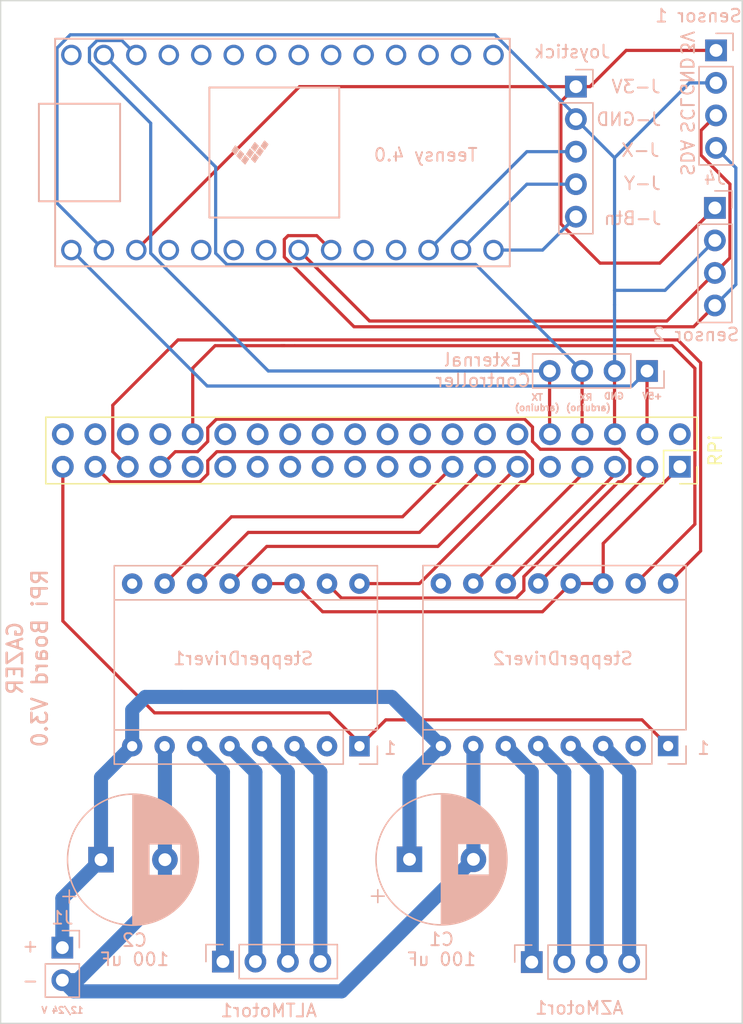
<source format=kicad_pcb>
(kicad_pcb (version 20171130) (host pcbnew 5.1.7-a382d34a88~90~ubuntu20.04.1)

  (general
    (thickness 1.6)
    (drawings 28)
    (tracks 203)
    (zones 0)
    (modules 13)
    (nets 79)
  )

  (page A4)
  (layers
    (0 F.Cu signal)
    (31 B.Cu signal)
    (32 B.Adhes user hide)
    (33 F.Adhes user hide)
    (34 B.Paste user hide)
    (35 F.Paste user hide)
    (36 B.SilkS user)
    (37 F.SilkS user)
    (38 B.Mask user hide)
    (39 F.Mask user hide)
    (40 Dwgs.User user hide)
    (41 Cmts.User user hide)
    (42 Eco1.User user hide)
    (43 Eco2.User user hide)
    (44 Edge.Cuts user)
    (45 Margin user hide)
    (46 B.CrtYd user hide)
    (47 F.CrtYd user hide)
    (48 B.Fab user hide)
    (49 F.Fab user hide)
  )

  (setup
    (last_trace_width 0.25)
    (user_trace_width 0.25)
    (user_trace_width 1.1)
    (trace_clearance 0.2)
    (zone_clearance 0.508)
    (zone_45_only no)
    (trace_min 0.2)
    (via_size 0.8)
    (via_drill 0.4)
    (via_min_size 0.4)
    (via_min_drill 0.3)
    (uvia_size 0.3)
    (uvia_drill 0.1)
    (uvias_allowed no)
    (uvia_min_size 0.2)
    (uvia_min_drill 0.1)
    (edge_width 0.1)
    (segment_width 0.2)
    (pcb_text_width 0.3)
    (pcb_text_size 1.5 1.5)
    (mod_edge_width 0.15)
    (mod_text_size 1 1)
    (mod_text_width 0.15)
    (pad_size 1.524 1.524)
    (pad_drill 0.762)
    (pad_to_mask_clearance 0)
    (aux_axis_origin 0 0)
    (visible_elements FFFFFF7F)
    (pcbplotparams
      (layerselection 0x010f0_ffffffff)
      (usegerberextensions false)
      (usegerberattributes true)
      (usegerberadvancedattributes true)
      (creategerberjobfile true)
      (excludeedgelayer true)
      (linewidth 0.100000)
      (plotframeref false)
      (viasonmask false)
      (mode 1)
      (useauxorigin false)
      (hpglpennumber 1)
      (hpglpenspeed 20)
      (hpglpendiameter 15.000000)
      (psnegative false)
      (psa4output false)
      (plotreference true)
      (plotvalue true)
      (plotinvisibletext false)
      (padsonsilk false)
      (subtractmaskfromsilk false)
      (outputformat 1)
      (mirror false)
      (drillshape 0)
      (scaleselection 1)
      (outputdirectory "gerber/"))
  )

  (net 0 "")
  (net 1 "Net-(Arduino1-Pad4)")
  (net 2 "Net-(Arduino1-Pad3)")
  (net 3 "Net-(Arduino1-Pad2)")
  (net 4 "Net-(Arduino1-Pad1)")
  (net 5 "Net-(RPi1-Pad40)")
  (net 6 "Net-(RPi1-Pad38)")
  (net 7 "Net-(RPi1-Pad36)")
  (net 8 "Net-(RPi1-Pad34)")
  (net 9 "Net-(RPi1-Pad31)")
  (net 10 "Net-(RPi1-Pad30)")
  (net 11 "Net-(RPi1-Pad29)")
  (net 12 "Net-(RPi1-Pad28)")
  (net 13 "Net-(RPi1-Pad27)")
  (net 14 "Net-(RPi1-Pad26)")
  (net 15 "Net-(RPi1-Pad25)")
  (net 16 "Net-(RPi1-Pad24)")
  (net 17 "Net-(RPi1-Pad23)")
  (net 18 "Net-(RPi1-Pad22)")
  (net 19 "Net-(RPi1-Pad21)")
  (net 20 "Net-(RPi1-Pad20)")
  (net 21 "Net-(RPi1-Pad19)")
  (net 22 "Net-(RPi1-Pad18)")
  (net 23 "Net-(RPi1-Pad17)")
  (net 24 "Net-(RPi1-Pad16)")
  (net 25 "Net-(RPi1-Pad14)")
  (net 26 "Net-(RPi1-Pad12)")
  (net 27 "Net-(RPi1-Pad9)")
  (net 28 "Net-(RPi1-Pad2)")
  (net 29 "Net-(ALTMotor1-Pad4)")
  (net 30 "Net-(ALTMotor1-Pad3)")
  (net 31 "Net-(ALTMotor1-Pad2)")
  (net 32 "Net-(ALTMotor1-Pad1)")
  (net 33 "Net-(AZMotor1-Pad4)")
  (net 34 "Net-(AZMotor1-Pad3)")
  (net 35 "Net-(AZMotor1-Pad2)")
  (net 36 "Net-(AZMotor1-Pad1)")
  (net 37 "Net-(C1-Pad2)")
  (net 38 "Net-(C1-Pad1)")
  (net 39 "Net-(RPi1-Pad39)")
  (net 40 "Net-(RPi1-Pad37)")
  (net 41 "Net-(RPi1-Pad35)")
  (net 42 "Net-(RPi1-Pad33)")
  (net 43 "Net-(RPi1-Pad32)")
  (net 44 "Net-(RPi1-Pad15)")
  (net 45 "Net-(RPi1-Pad13)")
  (net 46 "Net-(RPi1-Pad11)")
  (net 47 "Net-(RPi1-Pad7)")
  (net 48 "Net-(RPi1-Pad5)")
  (net 49 "Net-(RPi1-Pad3)")
  (net 50 "Net-(RPi1-Pad1)")
  (net 51 "Net-(StepperDriver1-Pad2)")
  (net 52 "Net-(StepperDriver1-Pad9)")
  (net 53 "Net-(StepperDriver2-Pad2)")
  (net 54 "Net-(StepperDriver2-Pad9)")
  (net 55 "Net-(J2-Pad5)")
  (net 56 "Net-(J2-Pad4)")
  (net 57 "Net-(J2-Pad3)")
  (net 58 "Net-(U1-Pad4)")
  (net 59 "Net-(U1-Pad5)")
  (net 60 "Net-(U1-Pad6)")
  (net 61 "Net-(U1-Pad7)")
  (net 62 "Net-(U1-Pad8)")
  (net 63 "Net-(U1-Pad9)")
  (net 64 "Net-(U1-Pad10)")
  (net 65 "Net-(U1-Pad11)")
  (net 66 "Net-(U1-Pad12)")
  (net 67 "Net-(U1-Pad13)")
  (net 68 "Net-(U1-Pad30)")
  (net 69 "Net-(U1-Pad29)")
  (net 70 "Net-(U1-Pad28)")
  (net 71 "Net-(U1-Pad27)")
  (net 72 "Net-(U1-Pad24)")
  (net 73 "Net-(U1-Pad23)")
  (net 74 "Net-(U1-Pad14)")
  (net 75 "Net-(J2-Pad1)")
  (net 76 "Net-(U1-Pad1)")
  (net 77 "Net-(J3-Pad4)")
  (net 78 "Net-(J3-Pad3)")

  (net_class Default "This is the default net class."
    (clearance 0.2)
    (trace_width 0.25)
    (via_dia 0.8)
    (via_drill 0.4)
    (uvia_dia 0.3)
    (uvia_drill 0.1)
    (add_net "Net-(ALTMotor1-Pad1)")
    (add_net "Net-(ALTMotor1-Pad2)")
    (add_net "Net-(ALTMotor1-Pad3)")
    (add_net "Net-(ALTMotor1-Pad4)")
    (add_net "Net-(AZMotor1-Pad1)")
    (add_net "Net-(AZMotor1-Pad2)")
    (add_net "Net-(AZMotor1-Pad3)")
    (add_net "Net-(AZMotor1-Pad4)")
    (add_net "Net-(Arduino1-Pad1)")
    (add_net "Net-(Arduino1-Pad2)")
    (add_net "Net-(Arduino1-Pad3)")
    (add_net "Net-(Arduino1-Pad4)")
    (add_net "Net-(C1-Pad1)")
    (add_net "Net-(C1-Pad2)")
    (add_net "Net-(J2-Pad1)")
    (add_net "Net-(J2-Pad3)")
    (add_net "Net-(J2-Pad4)")
    (add_net "Net-(J2-Pad5)")
    (add_net "Net-(J3-Pad3)")
    (add_net "Net-(J3-Pad4)")
    (add_net "Net-(RPi1-Pad1)")
    (add_net "Net-(RPi1-Pad11)")
    (add_net "Net-(RPi1-Pad12)")
    (add_net "Net-(RPi1-Pad13)")
    (add_net "Net-(RPi1-Pad14)")
    (add_net "Net-(RPi1-Pad15)")
    (add_net "Net-(RPi1-Pad16)")
    (add_net "Net-(RPi1-Pad17)")
    (add_net "Net-(RPi1-Pad18)")
    (add_net "Net-(RPi1-Pad19)")
    (add_net "Net-(RPi1-Pad2)")
    (add_net "Net-(RPi1-Pad20)")
    (add_net "Net-(RPi1-Pad21)")
    (add_net "Net-(RPi1-Pad22)")
    (add_net "Net-(RPi1-Pad23)")
    (add_net "Net-(RPi1-Pad24)")
    (add_net "Net-(RPi1-Pad25)")
    (add_net "Net-(RPi1-Pad26)")
    (add_net "Net-(RPi1-Pad27)")
    (add_net "Net-(RPi1-Pad28)")
    (add_net "Net-(RPi1-Pad29)")
    (add_net "Net-(RPi1-Pad3)")
    (add_net "Net-(RPi1-Pad30)")
    (add_net "Net-(RPi1-Pad31)")
    (add_net "Net-(RPi1-Pad32)")
    (add_net "Net-(RPi1-Pad33)")
    (add_net "Net-(RPi1-Pad34)")
    (add_net "Net-(RPi1-Pad35)")
    (add_net "Net-(RPi1-Pad36)")
    (add_net "Net-(RPi1-Pad37)")
    (add_net "Net-(RPi1-Pad38)")
    (add_net "Net-(RPi1-Pad39)")
    (add_net "Net-(RPi1-Pad40)")
    (add_net "Net-(RPi1-Pad5)")
    (add_net "Net-(RPi1-Pad7)")
    (add_net "Net-(RPi1-Pad9)")
    (add_net "Net-(StepperDriver1-Pad2)")
    (add_net "Net-(StepperDriver1-Pad9)")
    (add_net "Net-(StepperDriver2-Pad2)")
    (add_net "Net-(StepperDriver2-Pad9)")
    (add_net "Net-(U1-Pad1)")
    (add_net "Net-(U1-Pad10)")
    (add_net "Net-(U1-Pad11)")
    (add_net "Net-(U1-Pad12)")
    (add_net "Net-(U1-Pad13)")
    (add_net "Net-(U1-Pad14)")
    (add_net "Net-(U1-Pad23)")
    (add_net "Net-(U1-Pad24)")
    (add_net "Net-(U1-Pad27)")
    (add_net "Net-(U1-Pad28)")
    (add_net "Net-(U1-Pad29)")
    (add_net "Net-(U1-Pad30)")
    (add_net "Net-(U1-Pad4)")
    (add_net "Net-(U1-Pad5)")
    (add_net "Net-(U1-Pad6)")
    (add_net "Net-(U1-Pad7)")
    (add_net "Net-(U1-Pad8)")
    (add_net "Net-(U1-Pad9)")
  )

  (module Connector_PinHeader_2.54mm:PinHeader_1x04_P2.54mm_Vertical (layer B.Cu) (tedit 59FED5CC) (tstamp 6324B335)
    (at 144.8435 50.7238 180)
    (descr "Through hole straight pin header, 1x04, 2.54mm pitch, single row")
    (tags "Through hole pin header THT 1x04 2.54mm single row")
    (path /63251DC9)
    (fp_text reference J4 (at 0 2.33) (layer B.SilkS)
      (effects (font (size 1 1) (thickness 0.15)) (justify mirror))
    )
    (fp_text value Conn_01x04_Male (at 0 -9.95) (layer B.Fab)
      (effects (font (size 1 1) (thickness 0.15)) (justify mirror))
    )
    (fp_line (start 1.8 1.8) (end -1.8 1.8) (layer B.CrtYd) (width 0.05))
    (fp_line (start 1.8 -9.4) (end 1.8 1.8) (layer B.CrtYd) (width 0.05))
    (fp_line (start -1.8 -9.4) (end 1.8 -9.4) (layer B.CrtYd) (width 0.05))
    (fp_line (start -1.8 1.8) (end -1.8 -9.4) (layer B.CrtYd) (width 0.05))
    (fp_line (start -1.33 1.33) (end 0 1.33) (layer B.SilkS) (width 0.12))
    (fp_line (start -1.33 0) (end -1.33 1.33) (layer B.SilkS) (width 0.12))
    (fp_line (start -1.33 -1.27) (end 1.33 -1.27) (layer B.SilkS) (width 0.12))
    (fp_line (start 1.33 -1.27) (end 1.33 -8.95) (layer B.SilkS) (width 0.12))
    (fp_line (start -1.33 -1.27) (end -1.33 -8.95) (layer B.SilkS) (width 0.12))
    (fp_line (start -1.33 -8.95) (end 1.33 -8.95) (layer B.SilkS) (width 0.12))
    (fp_line (start -1.27 0.635) (end -0.635 1.27) (layer B.Fab) (width 0.1))
    (fp_line (start -1.27 -8.89) (end -1.27 0.635) (layer B.Fab) (width 0.1))
    (fp_line (start 1.27 -8.89) (end -1.27 -8.89) (layer B.Fab) (width 0.1))
    (fp_line (start 1.27 1.27) (end 1.27 -8.89) (layer B.Fab) (width 0.1))
    (fp_line (start -0.635 1.27) (end 1.27 1.27) (layer B.Fab) (width 0.1))
    (fp_text user %R (at 0 -3.81 270) (layer B.Fab)
      (effects (font (size 1 1) (thickness 0.15)) (justify mirror))
    )
    (pad 4 thru_hole oval (at 0 -7.62 180) (size 1.7 1.7) (drill 1) (layers *.Cu *.Mask)
      (net 77 "Net-(J3-Pad4)"))
    (pad 3 thru_hole oval (at 0 -5.08 180) (size 1.7 1.7) (drill 1) (layers *.Cu *.Mask)
      (net 78 "Net-(J3-Pad3)"))
    (pad 2 thru_hole oval (at 0 -2.54 180) (size 1.7 1.7) (drill 1) (layers *.Cu *.Mask)
      (net 3 "Net-(Arduino1-Pad2)"))
    (pad 1 thru_hole rect (at 0 0 180) (size 1.7 1.7) (drill 1) (layers *.Cu *.Mask)
      (net 75 "Net-(J2-Pad1)"))
    (model ${KISYS3DMOD}/Connector_PinHeader_2.54mm.3dshapes/PinHeader_1x04_P2.54mm_Vertical.wrl
      (at (xyz 0 0 0))
      (scale (xyz 1 1 1))
      (rotate (xyz 0 0 0))
    )
  )

  (module teensy:Teensy40 (layer B.Cu) (tedit 62CBFFBB) (tstamp 62CB74F7)
    (at 111.019 46.3957)
    (path /62CB730D)
    (fp_text reference U1 (at 0 10.16) (layer F.SilkS) hide
      (effects (font (size 1 1) (thickness 0.15)))
    )
    (fp_text value Teensy4.0 (at 0 -10.16) (layer F.Fab)
      (effects (font (size 1 1) (thickness 0.15)))
    )
    (fp_line (start -17.78 -3.81) (end -19.05 -3.81) (layer B.SilkS) (width 0.15))
    (fp_line (start -19.05 -3.81) (end -19.05 3.81) (layer B.SilkS) (width 0.15))
    (fp_line (start -19.05 3.81) (end -17.78 3.81) (layer B.SilkS) (width 0.15))
    (fp_line (start -12.7 -3.81) (end -12.7 3.81) (layer B.SilkS) (width 0.15))
    (fp_line (start -12.7 3.81) (end -17.78 3.81) (layer B.SilkS) (width 0.15))
    (fp_line (start -12.7 -3.81) (end -17.78 -3.81) (layer B.SilkS) (width 0.15))
    (fp_line (start 4.445 -5.08) (end 4.445 5.08) (layer B.SilkS) (width 0.15))
    (fp_line (start -5.715 5.08) (end -5.715 -5.08) (layer B.SilkS) (width 0.15))
    (fp_line (start 4.445 5.08) (end -5.715 5.08) (layer B.SilkS) (width 0.15))
    (fp_line (start 4.445 -5.08) (end -5.715 -5.08) (layer B.SilkS) (width 0.15))
    (fp_line (start -17.78 8.89) (end 17.78 8.89) (layer B.SilkS) (width 0.15))
    (fp_line (start 17.78 8.89) (end 17.78 -8.89) (layer B.SilkS) (width 0.15))
    (fp_line (start 17.78 -8.89) (end -17.78 -8.89) (layer B.SilkS) (width 0.15))
    (fp_line (start -17.78 -8.89) (end -17.78 8.89) (layer B.SilkS) (width 0.15))
    (fp_poly (pts (xy -3.175 0.635) (xy -2.921 0.889) (xy -2.667 0.508) (xy -2.921 0.254)) (layer B.SilkS) (width 0.1))
    (fp_poly (pts (xy -2.794 0.127) (xy -2.54 0.381) (xy -2.286 0) (xy -2.54 -0.254)) (layer B.SilkS) (width 0.1))
    (fp_poly (pts (xy -2.413 -0.381) (xy -2.159 -0.127) (xy -1.905 -0.508) (xy -2.159 -0.762)) (layer B.SilkS) (width 0.1))
    (fp_poly (pts (xy -2.413 0.508) (xy -2.159 0.762) (xy -1.905 0.381) (xy -2.159 0.127)) (layer B.SilkS) (width 0.1))
    (fp_poly (pts (xy -2.032 0) (xy -1.778 0.254) (xy -1.524 -0.127) (xy -1.778 -0.381)) (layer B.SilkS) (width 0.1))
    (fp_poly (pts (xy -1.651 -0.508) (xy -1.397 -0.254) (xy -1.143 -0.635) (xy -1.397 -0.889)) (layer B.SilkS) (width 0.1))
    (fp_poly (pts (xy -3.556 0.254) (xy -3.302 0.508) (xy -3.048 0.127) (xy -3.302 -0.127)) (layer B.SilkS) (width 0.1))
    (fp_poly (pts (xy -3.937 -0.127) (xy -3.683 0.127) (xy -3.429 -0.254) (xy -3.683 -0.508)) (layer B.SilkS) (width 0.1))
    (pad 1 thru_hole circle (at -16.51 -7.62) (size 1.6 1.6) (drill 1.1) (layers *.Cu *.Mask)
      (net 76 "Net-(U1-Pad1)"))
    (pad 2 thru_hole circle (at -13.97 -7.62) (size 1.6 1.6) (drill 1.1) (layers *.Cu *.Mask)
      (net 2 "Net-(Arduino1-Pad3)"))
    (pad 3 thru_hole circle (at -11.43 -7.62) (size 1.6 1.6) (drill 1.1) (layers *.Cu *.Mask)
      (net 1 "Net-(Arduino1-Pad4)"))
    (pad 4 thru_hole circle (at -8.89 -7.62) (size 1.6 1.6) (drill 1.1) (layers *.Cu *.Mask)
      (net 58 "Net-(U1-Pad4)"))
    (pad 5 thru_hole circle (at -6.35 -7.62) (size 1.6 1.6) (drill 1.1) (layers *.Cu *.Mask)
      (net 59 "Net-(U1-Pad5)"))
    (pad 6 thru_hole circle (at -3.81 -7.62) (size 1.6 1.6) (drill 1.1) (layers *.Cu *.Mask)
      (net 60 "Net-(U1-Pad6)"))
    (pad 7 thru_hole circle (at -1.27 -7.62) (size 1.6 1.6) (drill 1.1) (layers *.Cu *.Mask)
      (net 61 "Net-(U1-Pad7)"))
    (pad 8 thru_hole circle (at 1.27 -7.62) (size 1.6 1.6) (drill 1.1) (layers *.Cu *.Mask)
      (net 62 "Net-(U1-Pad8)"))
    (pad 9 thru_hole circle (at 3.81 -7.62) (size 1.6 1.6) (drill 1.1) (layers *.Cu *.Mask)
      (net 63 "Net-(U1-Pad9)"))
    (pad 10 thru_hole circle (at 6.35 -7.62) (size 1.6 1.6) (drill 1.1) (layers *.Cu *.Mask)
      (net 64 "Net-(U1-Pad10)"))
    (pad 11 thru_hole circle (at 8.89 -7.62) (size 1.6 1.6) (drill 1.1) (layers *.Cu *.Mask)
      (net 65 "Net-(U1-Pad11)"))
    (pad 12 thru_hole circle (at 11.43 -7.62) (size 1.6 1.6) (drill 1.1) (layers *.Cu *.Mask)
      (net 66 "Net-(U1-Pad12)"))
    (pad 13 thru_hole circle (at 13.97 -7.62) (size 1.6 1.6) (drill 1.1) (layers *.Cu *.Mask)
      (net 67 "Net-(U1-Pad13)"))
    (pad 33 thru_hole circle (at -16.51 7.62) (size 1.6 1.6) (drill 1.1) (layers *.Cu *.Mask)
      (net 4 "Net-(Arduino1-Pad1)"))
    (pad 32 thru_hole circle (at -13.97 7.62) (size 1.6 1.6) (drill 1.1) (layers *.Cu *.Mask)
      (net 3 "Net-(Arduino1-Pad2)"))
    (pad 31 thru_hole circle (at -11.43 7.62) (size 1.6 1.6) (drill 1.1) (layers *.Cu *.Mask)
      (net 75 "Net-(J2-Pad1)"))
    (pad 30 thru_hole circle (at -8.89 7.62) (size 1.6 1.6) (drill 1.1) (layers *.Cu *.Mask)
      (net 68 "Net-(U1-Pad30)"))
    (pad 29 thru_hole circle (at -6.35 7.62) (size 1.6 1.6) (drill 1.1) (layers *.Cu *.Mask)
      (net 69 "Net-(U1-Pad29)"))
    (pad 28 thru_hole circle (at -3.81 7.62) (size 1.6 1.6) (drill 1.1) (layers *.Cu *.Mask)
      (net 70 "Net-(U1-Pad28)"))
    (pad 27 thru_hole circle (at -1.27 7.62) (size 1.6 1.6) (drill 1.1) (layers *.Cu *.Mask)
      (net 71 "Net-(U1-Pad27)"))
    (pad 26 thru_hole circle (at 1.27 7.62) (size 1.6 1.6) (drill 1.1) (layers *.Cu *.Mask)
      (net 78 "Net-(J3-Pad3)"))
    (pad 25 thru_hole circle (at 3.81 7.62) (size 1.6 1.6) (drill 1.1) (layers *.Cu *.Mask)
      (net 77 "Net-(J3-Pad4)"))
    (pad 24 thru_hole circle (at 6.35 7.62) (size 1.6 1.6) (drill 1.1) (layers *.Cu *.Mask)
      (net 72 "Net-(U1-Pad24)"))
    (pad 23 thru_hole circle (at 8.89 7.62) (size 1.6 1.6) (drill 1.1) (layers *.Cu *.Mask)
      (net 73 "Net-(U1-Pad23)"))
    (pad 22 thru_hole circle (at 11.43 7.62) (size 1.6 1.6) (drill 1.1) (layers *.Cu *.Mask)
      (net 57 "Net-(J2-Pad3)"))
    (pad 21 thru_hole circle (at 13.97 7.62) (size 1.6 1.6) (drill 1.1) (layers *.Cu *.Mask)
      (net 56 "Net-(J2-Pad4)"))
    (pad 14 thru_hole circle (at 16.51 -7.62) (size 1.6 1.6) (drill 1.1) (layers *.Cu *.Mask)
      (net 74 "Net-(U1-Pad14)"))
    (pad 20 thru_hole circle (at 16.51 7.62) (size 1.6 1.6) (drill 1.1) (layers *.Cu *.Mask)
      (net 55 "Net-(J2-Pad5)"))
    (model ${KICAD_USER_DIR}/teensy.pretty/Teensy_4.0_Assembly.STEP
      (offset (xyz 33 9.5 -11))
      (scale (xyz 1 1 1))
      (rotate (xyz -90 0 0))
    )
  )

  (module Connector_PinHeader_2.54mm:PinHeader_1x05_P2.54mm_Vertical (layer B.Cu) (tedit 59FED5CC) (tstamp 62CB7391)
    (at 133.9723 41.2496 180)
    (descr "Through hole straight pin header, 1x05, 2.54mm pitch, single row")
    (tags "Through hole pin header THT 1x05 2.54mm single row")
    (path /62CEF15D)
    (fp_text reference J2 (at 0 2.33) (layer F.SilkS) hide
      (effects (font (size 1 1) (thickness 0.15)))
    )
    (fp_text value Conn_01x05_Male (at 0 -12.49) (layer F.Fab)
      (effects (font (size 1 1) (thickness 0.15)))
    )
    (fp_line (start -0.635 1.27) (end 1.27 1.27) (layer B.Fab) (width 0.1))
    (fp_line (start 1.27 1.27) (end 1.27 -11.43) (layer B.Fab) (width 0.1))
    (fp_line (start 1.27 -11.43) (end -1.27 -11.43) (layer B.Fab) (width 0.1))
    (fp_line (start -1.27 -11.43) (end -1.27 0.635) (layer B.Fab) (width 0.1))
    (fp_line (start -1.27 0.635) (end -0.635 1.27) (layer B.Fab) (width 0.1))
    (fp_line (start -1.33 -11.49) (end 1.33 -11.49) (layer B.SilkS) (width 0.12))
    (fp_line (start -1.33 -1.27) (end -1.33 -11.49) (layer B.SilkS) (width 0.12))
    (fp_line (start 1.33 -1.27) (end 1.33 -11.49) (layer B.SilkS) (width 0.12))
    (fp_line (start -1.33 -1.27) (end 1.33 -1.27) (layer B.SilkS) (width 0.12))
    (fp_line (start -1.33 0) (end -1.33 1.33) (layer B.SilkS) (width 0.12))
    (fp_line (start -1.33 1.33) (end 0 1.33) (layer B.SilkS) (width 0.12))
    (fp_line (start -1.8 1.8) (end -1.8 -11.95) (layer B.CrtYd) (width 0.05))
    (fp_line (start -1.8 -11.95) (end 1.8 -11.95) (layer B.CrtYd) (width 0.05))
    (fp_line (start 1.8 -11.95) (end 1.8 1.8) (layer B.CrtYd) (width 0.05))
    (fp_line (start 1.8 1.8) (end -1.8 1.8) (layer B.CrtYd) (width 0.05))
    (fp_text user %R (at 0 -5.08 270) (layer F.Fab)
      (effects (font (size 1 1) (thickness 0.15)))
    )
    (pad 1 thru_hole rect (at 0 0 180) (size 1.7 1.7) (drill 1) (layers *.Cu *.Mask)
      (net 75 "Net-(J2-Pad1)"))
    (pad 2 thru_hole oval (at 0 -2.54 180) (size 1.7 1.7) (drill 1) (layers *.Cu *.Mask)
      (net 3 "Net-(Arduino1-Pad2)"))
    (pad 3 thru_hole oval (at 0 -5.08 180) (size 1.7 1.7) (drill 1) (layers *.Cu *.Mask)
      (net 57 "Net-(J2-Pad3)"))
    (pad 4 thru_hole oval (at 0 -7.62 180) (size 1.7 1.7) (drill 1) (layers *.Cu *.Mask)
      (net 56 "Net-(J2-Pad4)"))
    (pad 5 thru_hole oval (at 0 -10.16 180) (size 1.7 1.7) (drill 1) (layers *.Cu *.Mask)
      (net 55 "Net-(J2-Pad5)"))
    (model ${KISYS3DMOD}/Connector_PinHeader_2.54mm.3dshapes/PinHeader_1x05_P2.54mm_Vertical.wrl
      (at (xyz 0 0 0))
      (scale (xyz 1 1 1))
      (rotate (xyz 0 0 0))
    )
  )

  (module Connector_PinHeader_2.54mm:PinHeader_1x04_P2.54mm_Vertical (layer B.Cu) (tedit 59FED5CC) (tstamp 6324C1C0)
    (at 144.9324 38.4175 180)
    (descr "Through hole straight pin header, 1x04, 2.54mm pitch, single row")
    (tags "Through hole pin header THT 1x04 2.54mm single row")
    (path /62D72CBD)
    (fp_text reference J3 (at 0 2.33) (layer B.SilkS) hide
      (effects (font (size 1 1) (thickness 0.15)) (justify mirror))
    )
    (fp_text value Conn_01x04_Male (at 0 -9.95) (layer B.Fab)
      (effects (font (size 1 1) (thickness 0.15)) (justify mirror))
    )
    (fp_line (start -0.635 1.27) (end 1.27 1.27) (layer B.Fab) (width 0.1))
    (fp_line (start 1.27 1.27) (end 1.27 -8.89) (layer B.Fab) (width 0.1))
    (fp_line (start 1.27 -8.89) (end -1.27 -8.89) (layer B.Fab) (width 0.1))
    (fp_line (start -1.27 -8.89) (end -1.27 0.635) (layer B.Fab) (width 0.1))
    (fp_line (start -1.27 0.635) (end -0.635 1.27) (layer B.Fab) (width 0.1))
    (fp_line (start -1.33 -8.95) (end 1.33 -8.95) (layer B.SilkS) (width 0.12))
    (fp_line (start -1.33 -1.27) (end -1.33 -8.95) (layer B.SilkS) (width 0.12))
    (fp_line (start 1.33 -1.27) (end 1.33 -8.95) (layer B.SilkS) (width 0.12))
    (fp_line (start -1.33 -1.27) (end 1.33 -1.27) (layer B.SilkS) (width 0.12))
    (fp_line (start -1.33 0) (end -1.33 1.33) (layer B.SilkS) (width 0.12))
    (fp_line (start -1.33 1.33) (end 0 1.33) (layer B.SilkS) (width 0.12))
    (fp_line (start -1.8 1.8) (end -1.8 -9.4) (layer B.CrtYd) (width 0.05))
    (fp_line (start -1.8 -9.4) (end 1.8 -9.4) (layer B.CrtYd) (width 0.05))
    (fp_line (start 1.8 -9.4) (end 1.8 1.8) (layer B.CrtYd) (width 0.05))
    (fp_line (start 1.8 1.8) (end -1.8 1.8) (layer B.CrtYd) (width 0.05))
    (fp_text user %R (at 0 -3.81 270) (layer B.Fab)
      (effects (font (size 1 1) (thickness 0.15)) (justify mirror))
    )
    (pad 4 thru_hole oval (at 0 -7.62 180) (size 1.7 1.7) (drill 1) (layers *.Cu *.Mask)
      (net 77 "Net-(J3-Pad4)"))
    (pad 3 thru_hole oval (at 0 -5.08 180) (size 1.7 1.7) (drill 1) (layers *.Cu *.Mask)
      (net 78 "Net-(J3-Pad3)"))
    (pad 2 thru_hole oval (at 0 -2.54 180) (size 1.7 1.7) (drill 1) (layers *.Cu *.Mask)
      (net 3 "Net-(Arduino1-Pad2)"))
    (pad 1 thru_hole rect (at 0 0 180) (size 1.7 1.7) (drill 1) (layers *.Cu *.Mask)
      (net 75 "Net-(J2-Pad1)"))
    (model ${KISYS3DMOD}/Connector_PinHeader_2.54mm.3dshapes/PinHeader_1x04_P2.54mm_Vertical.wrl
      (at (xyz 0 0 0))
      (scale (xyz 1 1 1))
      (rotate (xyz 0 0 0))
    )
  )

  (module Connector_PinHeader_2.54mm:PinHeader_1x02_P2.54mm_Vertical (layer B.Cu) (tedit 59FED5CC) (tstamp 6261C78F)
    (at 93.8022 108.5088 180)
    (descr "Through hole straight pin header, 1x02, 2.54mm pitch, single row")
    (tags "Through hole pin header THT 1x02 2.54mm single row")
    (path /625F5B4C)
    (fp_text reference J1 (at 0 2.33) (layer B.SilkS)
      (effects (font (size 1 1) (thickness 0.15)) (justify mirror))
    )
    (fp_text value Conn_Coaxial_Power (at 0 -4.87) (layer B.Fab)
      (effects (font (size 1 1) (thickness 0.15)) (justify mirror))
    )
    (fp_line (start -0.635 1.27) (end 1.27 1.27) (layer B.Fab) (width 0.1))
    (fp_line (start 1.27 1.27) (end 1.27 -3.81) (layer B.Fab) (width 0.1))
    (fp_line (start 1.27 -3.81) (end -1.27 -3.81) (layer B.Fab) (width 0.1))
    (fp_line (start -1.27 -3.81) (end -1.27 0.635) (layer B.Fab) (width 0.1))
    (fp_line (start -1.27 0.635) (end -0.635 1.27) (layer B.Fab) (width 0.1))
    (fp_line (start -1.33 -3.87) (end 1.33 -3.87) (layer B.SilkS) (width 0.12))
    (fp_line (start -1.33 -1.27) (end -1.33 -3.87) (layer B.SilkS) (width 0.12))
    (fp_line (start 1.33 -1.27) (end 1.33 -3.87) (layer B.SilkS) (width 0.12))
    (fp_line (start -1.33 -1.27) (end 1.33 -1.27) (layer B.SilkS) (width 0.12))
    (fp_line (start -1.33 0) (end -1.33 1.33) (layer B.SilkS) (width 0.12))
    (fp_line (start -1.33 1.33) (end 0 1.33) (layer B.SilkS) (width 0.12))
    (fp_line (start -1.8 1.8) (end -1.8 -4.35) (layer B.CrtYd) (width 0.05))
    (fp_line (start -1.8 -4.35) (end 1.8 -4.35) (layer B.CrtYd) (width 0.05))
    (fp_line (start 1.8 -4.35) (end 1.8 1.8) (layer B.CrtYd) (width 0.05))
    (fp_line (start 1.8 1.8) (end -1.8 1.8) (layer B.CrtYd) (width 0.05))
    (fp_text user %R (at 0 -1.27 270) (layer B.Fab)
      (effects (font (size 1 1) (thickness 0.15)) (justify mirror))
    )
    (pad 2 thru_hole oval (at 0 -2.54 180) (size 1.7 1.7) (drill 1) (layers *.Cu *.Mask)
      (net 37 "Net-(C1-Pad2)"))
    (pad 1 thru_hole rect (at 0 0 180) (size 1.7 1.7) (drill 1) (layers *.Cu *.Mask)
      (net 38 "Net-(C1-Pad1)"))
    (model ${KISYS3DMOD}/Connector_PinHeader_2.54mm.3dshapes/PinHeader_1x02_P2.54mm_Vertical.wrl
      (at (xyz 0 0 0))
      (scale (xyz 1 1 1))
      (rotate (xyz 0 0 0))
    )
  )

  (module Connector_PinSocket_2.54mm:PinSocket_2x20_P2.54mm_Vertical (layer F.Cu) (tedit 5A19A433) (tstamp 626177F2)
    (at 142.1017 70.9422 270)
    (descr "Through hole straight socket strip, 2x20, 2.54mm pitch, double cols (from Kicad 4.0.7), script generated")
    (tags "Through hole socket strip THT 2x20 2.54mm double row")
    (path /625EC189)
    (fp_text reference RPi (at -1.27 -2.77 90) (layer F.SilkS)
      (effects (font (size 1 1) (thickness 0.15)))
    )
    (fp_text value Conn_02x20 (at -1.27 51.03 90) (layer F.Fab)
      (effects (font (size 1 1) (thickness 0.15)))
    )
    (fp_line (start -3.81 -1.27) (end 0.27 -1.27) (layer F.Fab) (width 0.1))
    (fp_line (start 0.27 -1.27) (end 1.27 -0.27) (layer F.Fab) (width 0.1))
    (fp_line (start 1.27 -0.27) (end 1.27 49.53) (layer F.Fab) (width 0.1))
    (fp_line (start 1.27 49.53) (end -3.81 49.53) (layer F.Fab) (width 0.1))
    (fp_line (start -3.81 49.53) (end -3.81 -1.27) (layer F.Fab) (width 0.1))
    (fp_line (start -3.87 -1.33) (end -1.27 -1.33) (layer F.SilkS) (width 0.12))
    (fp_line (start -3.87 -1.33) (end -3.87 49.59) (layer F.SilkS) (width 0.12))
    (fp_line (start -3.87 49.59) (end 1.33 49.59) (layer F.SilkS) (width 0.12))
    (fp_line (start 1.33 1.27) (end 1.33 49.59) (layer F.SilkS) (width 0.12))
    (fp_line (start -1.27 1.27) (end 1.33 1.27) (layer F.SilkS) (width 0.12))
    (fp_line (start -1.27 -1.33) (end -1.27 1.27) (layer F.SilkS) (width 0.12))
    (fp_line (start 1.33 -1.33) (end 1.33 0) (layer F.SilkS) (width 0.12))
    (fp_line (start 0 -1.33) (end 1.33 -1.33) (layer F.SilkS) (width 0.12))
    (fp_line (start -4.34 -1.8) (end 1.76 -1.8) (layer F.CrtYd) (width 0.05))
    (fp_line (start 1.76 -1.8) (end 1.76 50) (layer F.CrtYd) (width 0.05))
    (fp_line (start 1.76 50) (end -4.34 50) (layer F.CrtYd) (width 0.05))
    (fp_line (start -4.34 50) (end -4.34 -1.8) (layer F.CrtYd) (width 0.05))
    (fp_text user %R (at -1.27 24.13) (layer F.Fab)
      (effects (font (size 1 1) (thickness 0.15)))
    )
    (pad 40 thru_hole oval (at -2.54 48.26 270) (size 1.7 1.7) (drill 1) (layers *.Cu *.Mask)
      (net 5 "Net-(RPi1-Pad40)"))
    (pad 39 thru_hole oval (at 0 48.26 270) (size 1.7 1.7) (drill 1) (layers *.Cu *.Mask)
      (net 39 "Net-(RPi1-Pad39)"))
    (pad 38 thru_hole oval (at -2.54 45.72 270) (size 1.7 1.7) (drill 1) (layers *.Cu *.Mask)
      (net 6 "Net-(RPi1-Pad38)"))
    (pad 37 thru_hole oval (at 0 45.72 270) (size 1.7 1.7) (drill 1) (layers *.Cu *.Mask)
      (net 40 "Net-(RPi1-Pad37)"))
    (pad 36 thru_hole oval (at -2.54 43.18 270) (size 1.7 1.7) (drill 1) (layers *.Cu *.Mask)
      (net 7 "Net-(RPi1-Pad36)"))
    (pad 35 thru_hole oval (at 0 43.18 270) (size 1.7 1.7) (drill 1) (layers *.Cu *.Mask)
      (net 41 "Net-(RPi1-Pad35)"))
    (pad 34 thru_hole oval (at -2.54 40.64 270) (size 1.7 1.7) (drill 1) (layers *.Cu *.Mask)
      (net 8 "Net-(RPi1-Pad34)"))
    (pad 33 thru_hole oval (at 0 40.64 270) (size 1.7 1.7) (drill 1) (layers *.Cu *.Mask)
      (net 42 "Net-(RPi1-Pad33)"))
    (pad 32 thru_hole oval (at -2.54 38.1 270) (size 1.7 1.7) (drill 1) (layers *.Cu *.Mask)
      (net 43 "Net-(RPi1-Pad32)"))
    (pad 31 thru_hole oval (at 0 38.1 270) (size 1.7 1.7) (drill 1) (layers *.Cu *.Mask)
      (net 9 "Net-(RPi1-Pad31)"))
    (pad 30 thru_hole oval (at -2.54 35.56 270) (size 1.7 1.7) (drill 1) (layers *.Cu *.Mask)
      (net 10 "Net-(RPi1-Pad30)"))
    (pad 29 thru_hole oval (at 0 35.56 270) (size 1.7 1.7) (drill 1) (layers *.Cu *.Mask)
      (net 11 "Net-(RPi1-Pad29)"))
    (pad 28 thru_hole oval (at -2.54 33.02 270) (size 1.7 1.7) (drill 1) (layers *.Cu *.Mask)
      (net 12 "Net-(RPi1-Pad28)"))
    (pad 27 thru_hole oval (at 0 33.02 270) (size 1.7 1.7) (drill 1) (layers *.Cu *.Mask)
      (net 13 "Net-(RPi1-Pad27)"))
    (pad 26 thru_hole oval (at -2.54 30.48 270) (size 1.7 1.7) (drill 1) (layers *.Cu *.Mask)
      (net 14 "Net-(RPi1-Pad26)"))
    (pad 25 thru_hole oval (at 0 30.48 270) (size 1.7 1.7) (drill 1) (layers *.Cu *.Mask)
      (net 15 "Net-(RPi1-Pad25)"))
    (pad 24 thru_hole oval (at -2.54 27.94 270) (size 1.7 1.7) (drill 1) (layers *.Cu *.Mask)
      (net 16 "Net-(RPi1-Pad24)"))
    (pad 23 thru_hole oval (at 0 27.94 270) (size 1.7 1.7) (drill 1) (layers *.Cu *.Mask)
      (net 17 "Net-(RPi1-Pad23)"))
    (pad 22 thru_hole oval (at -2.54 25.4 270) (size 1.7 1.7) (drill 1) (layers *.Cu *.Mask)
      (net 18 "Net-(RPi1-Pad22)"))
    (pad 21 thru_hole oval (at 0 25.4 270) (size 1.7 1.7) (drill 1) (layers *.Cu *.Mask)
      (net 19 "Net-(RPi1-Pad21)"))
    (pad 20 thru_hole oval (at -2.54 22.86 270) (size 1.7 1.7) (drill 1) (layers *.Cu *.Mask)
      (net 20 "Net-(RPi1-Pad20)"))
    (pad 19 thru_hole oval (at 0 22.86 270) (size 1.7 1.7) (drill 1) (layers *.Cu *.Mask)
      (net 21 "Net-(RPi1-Pad19)"))
    (pad 18 thru_hole oval (at -2.54 20.32 270) (size 1.7 1.7) (drill 1) (layers *.Cu *.Mask)
      (net 22 "Net-(RPi1-Pad18)"))
    (pad 17 thru_hole oval (at 0 20.32 270) (size 1.7 1.7) (drill 1) (layers *.Cu *.Mask)
      (net 23 "Net-(RPi1-Pad17)"))
    (pad 16 thru_hole oval (at -2.54 17.78 270) (size 1.7 1.7) (drill 1) (layers *.Cu *.Mask)
      (net 24 "Net-(RPi1-Pad16)"))
    (pad 15 thru_hole oval (at 0 17.78 270) (size 1.7 1.7) (drill 1) (layers *.Cu *.Mask)
      (net 44 "Net-(RPi1-Pad15)"))
    (pad 14 thru_hole oval (at -2.54 15.24 270) (size 1.7 1.7) (drill 1) (layers *.Cu *.Mask)
      (net 25 "Net-(RPi1-Pad14)"))
    (pad 13 thru_hole oval (at 0 15.24 270) (size 1.7 1.7) (drill 1) (layers *.Cu *.Mask)
      (net 45 "Net-(RPi1-Pad13)"))
    (pad 12 thru_hole oval (at -2.54 12.7 270) (size 1.7 1.7) (drill 1) (layers *.Cu *.Mask)
      (net 26 "Net-(RPi1-Pad12)"))
    (pad 11 thru_hole oval (at 0 12.7 270) (size 1.7 1.7) (drill 1) (layers *.Cu *.Mask)
      (net 46 "Net-(RPi1-Pad11)"))
    (pad 10 thru_hole oval (at -2.54 10.16 270) (size 1.7 1.7) (drill 1) (layers *.Cu *.Mask)
      (net 1 "Net-(Arduino1-Pad4)"))
    (pad 9 thru_hole oval (at 0 10.16 270) (size 1.7 1.7) (drill 1) (layers *.Cu *.Mask)
      (net 27 "Net-(RPi1-Pad9)"))
    (pad 8 thru_hole oval (at -2.54 7.62 270) (size 1.7 1.7) (drill 1) (layers *.Cu *.Mask)
      (net 2 "Net-(Arduino1-Pad3)"))
    (pad 7 thru_hole oval (at 0 7.62 270) (size 1.7 1.7) (drill 1) (layers *.Cu *.Mask)
      (net 47 "Net-(RPi1-Pad7)"))
    (pad 6 thru_hole oval (at -2.54 5.08 270) (size 1.7 1.7) (drill 1) (layers *.Cu *.Mask)
      (net 3 "Net-(Arduino1-Pad2)"))
    (pad 5 thru_hole oval (at 0 5.08 270) (size 1.7 1.7) (drill 1) (layers *.Cu *.Mask)
      (net 48 "Net-(RPi1-Pad5)"))
    (pad 4 thru_hole oval (at -2.54 2.54 270) (size 1.7 1.7) (drill 1) (layers *.Cu *.Mask)
      (net 4 "Net-(Arduino1-Pad1)"))
    (pad 3 thru_hole oval (at 0 2.54 270) (size 1.7 1.7) (drill 1) (layers *.Cu *.Mask)
      (net 49 "Net-(RPi1-Pad3)"))
    (pad 2 thru_hole oval (at -2.54 0 270) (size 1.7 1.7) (drill 1) (layers *.Cu *.Mask)
      (net 28 "Net-(RPi1-Pad2)"))
    (pad 1 thru_hole rect (at 0 0 270) (size 1.7 1.7) (drill 1) (layers *.Cu *.Mask)
      (net 50 "Net-(RPi1-Pad1)"))
    (model ${KISYS3DMOD}/Connector_PinSocket_2.54mm.3dshapes/PinSocket_2x20_P2.54mm_Vertical.wrl
      (at (xyz 0 0 0))
      (scale (xyz 1 1 1))
      (rotate (xyz 0 0 0))
    )
  )

  (module Capacitor_THT:CP_Radial_D10.0mm_P5.00mm (layer B.Cu) (tedit 5AE50EF1) (tstamp 62617988)
    (at 96.8262 101.6381)
    (descr "CP, Radial series, Radial, pin pitch=5.00mm, , diameter=10mm, Electrolytic Capacitor")
    (tags "CP Radial series Radial pin pitch 5.00mm  diameter 10mm Electrolytic Capacitor")
    (path /625F3EC5)
    (fp_text reference C2 (at 2.6197 6.2868) (layer B.SilkS)
      (effects (font (size 1 1) (thickness 0.15)) (justify mirror))
    )
    (fp_text value "100 uF" (at 2.6197 7.7868) (layer B.SilkS)
      (effects (font (size 1 1) (thickness 0.15)) (justify mirror))
    )
    (fp_circle (center 2.5 0) (end 7.5 0) (layer B.Fab) (width 0.1))
    (fp_circle (center 2.5 0) (end 7.62 0) (layer B.SilkS) (width 0.12))
    (fp_circle (center 2.5 0) (end 7.75 0) (layer B.CrtYd) (width 0.05))
    (fp_line (start -1.788861 2.1875) (end -0.788861 2.1875) (layer B.Fab) (width 0.1))
    (fp_line (start -1.288861 2.6875) (end -1.288861 1.6875) (layer B.Fab) (width 0.1))
    (fp_line (start 2.5 5.08) (end 2.5 -5.08) (layer B.SilkS) (width 0.12))
    (fp_line (start 2.54 5.08) (end 2.54 -5.08) (layer B.SilkS) (width 0.12))
    (fp_line (start 2.58 5.08) (end 2.58 -5.08) (layer B.SilkS) (width 0.12))
    (fp_line (start 2.62 5.079) (end 2.62 -5.079) (layer B.SilkS) (width 0.12))
    (fp_line (start 2.66 5.078) (end 2.66 -5.078) (layer B.SilkS) (width 0.12))
    (fp_line (start 2.7 5.077) (end 2.7 -5.077) (layer B.SilkS) (width 0.12))
    (fp_line (start 2.74 5.075) (end 2.74 -5.075) (layer B.SilkS) (width 0.12))
    (fp_line (start 2.78 5.073) (end 2.78 -5.073) (layer B.SilkS) (width 0.12))
    (fp_line (start 2.82 5.07) (end 2.82 -5.07) (layer B.SilkS) (width 0.12))
    (fp_line (start 2.86 5.068) (end 2.86 -5.068) (layer B.SilkS) (width 0.12))
    (fp_line (start 2.9 5.065) (end 2.9 -5.065) (layer B.SilkS) (width 0.12))
    (fp_line (start 2.94 5.062) (end 2.94 -5.062) (layer B.SilkS) (width 0.12))
    (fp_line (start 2.98 5.058) (end 2.98 -5.058) (layer B.SilkS) (width 0.12))
    (fp_line (start 3.02 5.054) (end 3.02 -5.054) (layer B.SilkS) (width 0.12))
    (fp_line (start 3.06 5.05) (end 3.06 -5.05) (layer B.SilkS) (width 0.12))
    (fp_line (start 3.1 5.045) (end 3.1 -5.045) (layer B.SilkS) (width 0.12))
    (fp_line (start 3.14 5.04) (end 3.14 -5.04) (layer B.SilkS) (width 0.12))
    (fp_line (start 3.18 5.035) (end 3.18 -5.035) (layer B.SilkS) (width 0.12))
    (fp_line (start 3.221 5.03) (end 3.221 -5.03) (layer B.SilkS) (width 0.12))
    (fp_line (start 3.261 5.024) (end 3.261 -5.024) (layer B.SilkS) (width 0.12))
    (fp_line (start 3.301 5.018) (end 3.301 -5.018) (layer B.SilkS) (width 0.12))
    (fp_line (start 3.341 5.011) (end 3.341 -5.011) (layer B.SilkS) (width 0.12))
    (fp_line (start 3.381 5.004) (end 3.381 -5.004) (layer B.SilkS) (width 0.12))
    (fp_line (start 3.421 4.997) (end 3.421 -4.997) (layer B.SilkS) (width 0.12))
    (fp_line (start 3.461 4.99) (end 3.461 -4.99) (layer B.SilkS) (width 0.12))
    (fp_line (start 3.501 4.982) (end 3.501 -4.982) (layer B.SilkS) (width 0.12))
    (fp_line (start 3.541 4.974) (end 3.541 -4.974) (layer B.SilkS) (width 0.12))
    (fp_line (start 3.581 4.965) (end 3.581 -4.965) (layer B.SilkS) (width 0.12))
    (fp_line (start 3.621 4.956) (end 3.621 -4.956) (layer B.SilkS) (width 0.12))
    (fp_line (start 3.661 4.947) (end 3.661 -4.947) (layer B.SilkS) (width 0.12))
    (fp_line (start 3.701 4.938) (end 3.701 -4.938) (layer B.SilkS) (width 0.12))
    (fp_line (start 3.741 4.928) (end 3.741 -4.928) (layer B.SilkS) (width 0.12))
    (fp_line (start 3.781 4.918) (end 3.781 1.241) (layer B.SilkS) (width 0.12))
    (fp_line (start 3.781 -1.241) (end 3.781 -4.918) (layer B.SilkS) (width 0.12))
    (fp_line (start 3.821 4.907) (end 3.821 1.241) (layer B.SilkS) (width 0.12))
    (fp_line (start 3.821 -1.241) (end 3.821 -4.907) (layer B.SilkS) (width 0.12))
    (fp_line (start 3.861 4.897) (end 3.861 1.241) (layer B.SilkS) (width 0.12))
    (fp_line (start 3.861 -1.241) (end 3.861 -4.897) (layer B.SilkS) (width 0.12))
    (fp_line (start 3.901 4.885) (end 3.901 1.241) (layer B.SilkS) (width 0.12))
    (fp_line (start 3.901 -1.241) (end 3.901 -4.885) (layer B.SilkS) (width 0.12))
    (fp_line (start 3.941 4.874) (end 3.941 1.241) (layer B.SilkS) (width 0.12))
    (fp_line (start 3.941 -1.241) (end 3.941 -4.874) (layer B.SilkS) (width 0.12))
    (fp_line (start 3.981 4.862) (end 3.981 1.241) (layer B.SilkS) (width 0.12))
    (fp_line (start 3.981 -1.241) (end 3.981 -4.862) (layer B.SilkS) (width 0.12))
    (fp_line (start 4.021 4.85) (end 4.021 1.241) (layer B.SilkS) (width 0.12))
    (fp_line (start 4.021 -1.241) (end 4.021 -4.85) (layer B.SilkS) (width 0.12))
    (fp_line (start 4.061 4.837) (end 4.061 1.241) (layer B.SilkS) (width 0.12))
    (fp_line (start 4.061 -1.241) (end 4.061 -4.837) (layer B.SilkS) (width 0.12))
    (fp_line (start 4.101 4.824) (end 4.101 1.241) (layer B.SilkS) (width 0.12))
    (fp_line (start 4.101 -1.241) (end 4.101 -4.824) (layer B.SilkS) (width 0.12))
    (fp_line (start 4.141 4.811) (end 4.141 1.241) (layer B.SilkS) (width 0.12))
    (fp_line (start 4.141 -1.241) (end 4.141 -4.811) (layer B.SilkS) (width 0.12))
    (fp_line (start 4.181 4.797) (end 4.181 1.241) (layer B.SilkS) (width 0.12))
    (fp_line (start 4.181 -1.241) (end 4.181 -4.797) (layer B.SilkS) (width 0.12))
    (fp_line (start 4.221 4.783) (end 4.221 1.241) (layer B.SilkS) (width 0.12))
    (fp_line (start 4.221 -1.241) (end 4.221 -4.783) (layer B.SilkS) (width 0.12))
    (fp_line (start 4.261 4.768) (end 4.261 1.241) (layer B.SilkS) (width 0.12))
    (fp_line (start 4.261 -1.241) (end 4.261 -4.768) (layer B.SilkS) (width 0.12))
    (fp_line (start 4.301 4.754) (end 4.301 1.241) (layer B.SilkS) (width 0.12))
    (fp_line (start 4.301 -1.241) (end 4.301 -4.754) (layer B.SilkS) (width 0.12))
    (fp_line (start 4.341 4.738) (end 4.341 1.241) (layer B.SilkS) (width 0.12))
    (fp_line (start 4.341 -1.241) (end 4.341 -4.738) (layer B.SilkS) (width 0.12))
    (fp_line (start 4.381 4.723) (end 4.381 1.241) (layer B.SilkS) (width 0.12))
    (fp_line (start 4.381 -1.241) (end 4.381 -4.723) (layer B.SilkS) (width 0.12))
    (fp_line (start 4.421 4.707) (end 4.421 1.241) (layer B.SilkS) (width 0.12))
    (fp_line (start 4.421 -1.241) (end 4.421 -4.707) (layer B.SilkS) (width 0.12))
    (fp_line (start 4.461 4.69) (end 4.461 1.241) (layer B.SilkS) (width 0.12))
    (fp_line (start 4.461 -1.241) (end 4.461 -4.69) (layer B.SilkS) (width 0.12))
    (fp_line (start 4.501 4.674) (end 4.501 1.241) (layer B.SilkS) (width 0.12))
    (fp_line (start 4.501 -1.241) (end 4.501 -4.674) (layer B.SilkS) (width 0.12))
    (fp_line (start 4.541 4.657) (end 4.541 1.241) (layer B.SilkS) (width 0.12))
    (fp_line (start 4.541 -1.241) (end 4.541 -4.657) (layer B.SilkS) (width 0.12))
    (fp_line (start 4.581 4.639) (end 4.581 1.241) (layer B.SilkS) (width 0.12))
    (fp_line (start 4.581 -1.241) (end 4.581 -4.639) (layer B.SilkS) (width 0.12))
    (fp_line (start 4.621 4.621) (end 4.621 1.241) (layer B.SilkS) (width 0.12))
    (fp_line (start 4.621 -1.241) (end 4.621 -4.621) (layer B.SilkS) (width 0.12))
    (fp_line (start 4.661 4.603) (end 4.661 1.241) (layer B.SilkS) (width 0.12))
    (fp_line (start 4.661 -1.241) (end 4.661 -4.603) (layer B.SilkS) (width 0.12))
    (fp_line (start 4.701 4.584) (end 4.701 1.241) (layer B.SilkS) (width 0.12))
    (fp_line (start 4.701 -1.241) (end 4.701 -4.584) (layer B.SilkS) (width 0.12))
    (fp_line (start 4.741 4.564) (end 4.741 1.241) (layer B.SilkS) (width 0.12))
    (fp_line (start 4.741 -1.241) (end 4.741 -4.564) (layer B.SilkS) (width 0.12))
    (fp_line (start 4.781 4.545) (end 4.781 1.241) (layer B.SilkS) (width 0.12))
    (fp_line (start 4.781 -1.241) (end 4.781 -4.545) (layer B.SilkS) (width 0.12))
    (fp_line (start 4.821 4.525) (end 4.821 1.241) (layer B.SilkS) (width 0.12))
    (fp_line (start 4.821 -1.241) (end 4.821 -4.525) (layer B.SilkS) (width 0.12))
    (fp_line (start 4.861 4.504) (end 4.861 1.241) (layer B.SilkS) (width 0.12))
    (fp_line (start 4.861 -1.241) (end 4.861 -4.504) (layer B.SilkS) (width 0.12))
    (fp_line (start 4.901 4.483) (end 4.901 1.241) (layer B.SilkS) (width 0.12))
    (fp_line (start 4.901 -1.241) (end 4.901 -4.483) (layer B.SilkS) (width 0.12))
    (fp_line (start 4.941 4.462) (end 4.941 1.241) (layer B.SilkS) (width 0.12))
    (fp_line (start 4.941 -1.241) (end 4.941 -4.462) (layer B.SilkS) (width 0.12))
    (fp_line (start 4.981 4.44) (end 4.981 1.241) (layer B.SilkS) (width 0.12))
    (fp_line (start 4.981 -1.241) (end 4.981 -4.44) (layer B.SilkS) (width 0.12))
    (fp_line (start 5.021 4.417) (end 5.021 1.241) (layer B.SilkS) (width 0.12))
    (fp_line (start 5.021 -1.241) (end 5.021 -4.417) (layer B.SilkS) (width 0.12))
    (fp_line (start 5.061 4.395) (end 5.061 1.241) (layer B.SilkS) (width 0.12))
    (fp_line (start 5.061 -1.241) (end 5.061 -4.395) (layer B.SilkS) (width 0.12))
    (fp_line (start 5.101 4.371) (end 5.101 1.241) (layer B.SilkS) (width 0.12))
    (fp_line (start 5.101 -1.241) (end 5.101 -4.371) (layer B.SilkS) (width 0.12))
    (fp_line (start 5.141 4.347) (end 5.141 1.241) (layer B.SilkS) (width 0.12))
    (fp_line (start 5.141 -1.241) (end 5.141 -4.347) (layer B.SilkS) (width 0.12))
    (fp_line (start 5.181 4.323) (end 5.181 1.241) (layer B.SilkS) (width 0.12))
    (fp_line (start 5.181 -1.241) (end 5.181 -4.323) (layer B.SilkS) (width 0.12))
    (fp_line (start 5.221 4.298) (end 5.221 1.241) (layer B.SilkS) (width 0.12))
    (fp_line (start 5.221 -1.241) (end 5.221 -4.298) (layer B.SilkS) (width 0.12))
    (fp_line (start 5.261 4.273) (end 5.261 1.241) (layer B.SilkS) (width 0.12))
    (fp_line (start 5.261 -1.241) (end 5.261 -4.273) (layer B.SilkS) (width 0.12))
    (fp_line (start 5.301 4.247) (end 5.301 1.241) (layer B.SilkS) (width 0.12))
    (fp_line (start 5.301 -1.241) (end 5.301 -4.247) (layer B.SilkS) (width 0.12))
    (fp_line (start 5.341 4.221) (end 5.341 1.241) (layer B.SilkS) (width 0.12))
    (fp_line (start 5.341 -1.241) (end 5.341 -4.221) (layer B.SilkS) (width 0.12))
    (fp_line (start 5.381 4.194) (end 5.381 1.241) (layer B.SilkS) (width 0.12))
    (fp_line (start 5.381 -1.241) (end 5.381 -4.194) (layer B.SilkS) (width 0.12))
    (fp_line (start 5.421 4.166) (end 5.421 1.241) (layer B.SilkS) (width 0.12))
    (fp_line (start 5.421 -1.241) (end 5.421 -4.166) (layer B.SilkS) (width 0.12))
    (fp_line (start 5.461 4.138) (end 5.461 1.241) (layer B.SilkS) (width 0.12))
    (fp_line (start 5.461 -1.241) (end 5.461 -4.138) (layer B.SilkS) (width 0.12))
    (fp_line (start 5.501 4.11) (end 5.501 1.241) (layer B.SilkS) (width 0.12))
    (fp_line (start 5.501 -1.241) (end 5.501 -4.11) (layer B.SilkS) (width 0.12))
    (fp_line (start 5.541 4.08) (end 5.541 1.241) (layer B.SilkS) (width 0.12))
    (fp_line (start 5.541 -1.241) (end 5.541 -4.08) (layer B.SilkS) (width 0.12))
    (fp_line (start 5.581 4.05) (end 5.581 1.241) (layer B.SilkS) (width 0.12))
    (fp_line (start 5.581 -1.241) (end 5.581 -4.05) (layer B.SilkS) (width 0.12))
    (fp_line (start 5.621 4.02) (end 5.621 1.241) (layer B.SilkS) (width 0.12))
    (fp_line (start 5.621 -1.241) (end 5.621 -4.02) (layer B.SilkS) (width 0.12))
    (fp_line (start 5.661 3.989) (end 5.661 1.241) (layer B.SilkS) (width 0.12))
    (fp_line (start 5.661 -1.241) (end 5.661 -3.989) (layer B.SilkS) (width 0.12))
    (fp_line (start 5.701 3.957) (end 5.701 1.241) (layer B.SilkS) (width 0.12))
    (fp_line (start 5.701 -1.241) (end 5.701 -3.957) (layer B.SilkS) (width 0.12))
    (fp_line (start 5.741 3.925) (end 5.741 1.241) (layer B.SilkS) (width 0.12))
    (fp_line (start 5.741 -1.241) (end 5.741 -3.925) (layer B.SilkS) (width 0.12))
    (fp_line (start 5.781 3.892) (end 5.781 1.241) (layer B.SilkS) (width 0.12))
    (fp_line (start 5.781 -1.241) (end 5.781 -3.892) (layer B.SilkS) (width 0.12))
    (fp_line (start 5.821 3.858) (end 5.821 1.241) (layer B.SilkS) (width 0.12))
    (fp_line (start 5.821 -1.241) (end 5.821 -3.858) (layer B.SilkS) (width 0.12))
    (fp_line (start 5.861 3.824) (end 5.861 1.241) (layer B.SilkS) (width 0.12))
    (fp_line (start 5.861 -1.241) (end 5.861 -3.824) (layer B.SilkS) (width 0.12))
    (fp_line (start 5.901 3.789) (end 5.901 1.241) (layer B.SilkS) (width 0.12))
    (fp_line (start 5.901 -1.241) (end 5.901 -3.789) (layer B.SilkS) (width 0.12))
    (fp_line (start 5.941 3.753) (end 5.941 1.241) (layer B.SilkS) (width 0.12))
    (fp_line (start 5.941 -1.241) (end 5.941 -3.753) (layer B.SilkS) (width 0.12))
    (fp_line (start 5.981 3.716) (end 5.981 1.241) (layer B.SilkS) (width 0.12))
    (fp_line (start 5.981 -1.241) (end 5.981 -3.716) (layer B.SilkS) (width 0.12))
    (fp_line (start 6.021 3.679) (end 6.021 1.241) (layer B.SilkS) (width 0.12))
    (fp_line (start 6.021 -1.241) (end 6.021 -3.679) (layer B.SilkS) (width 0.12))
    (fp_line (start 6.061 3.64) (end 6.061 1.241) (layer B.SilkS) (width 0.12))
    (fp_line (start 6.061 -1.241) (end 6.061 -3.64) (layer B.SilkS) (width 0.12))
    (fp_line (start 6.101 3.601) (end 6.101 1.241) (layer B.SilkS) (width 0.12))
    (fp_line (start 6.101 -1.241) (end 6.101 -3.601) (layer B.SilkS) (width 0.12))
    (fp_line (start 6.141 3.561) (end 6.141 1.241) (layer B.SilkS) (width 0.12))
    (fp_line (start 6.141 -1.241) (end 6.141 -3.561) (layer B.SilkS) (width 0.12))
    (fp_line (start 6.181 3.52) (end 6.181 1.241) (layer B.SilkS) (width 0.12))
    (fp_line (start 6.181 -1.241) (end 6.181 -3.52) (layer B.SilkS) (width 0.12))
    (fp_line (start 6.221 3.478) (end 6.221 1.241) (layer B.SilkS) (width 0.12))
    (fp_line (start 6.221 -1.241) (end 6.221 -3.478) (layer B.SilkS) (width 0.12))
    (fp_line (start 6.261 3.436) (end 6.261 -3.436) (layer B.SilkS) (width 0.12))
    (fp_line (start 6.301 3.392) (end 6.301 -3.392) (layer B.SilkS) (width 0.12))
    (fp_line (start 6.341 3.347) (end 6.341 -3.347) (layer B.SilkS) (width 0.12))
    (fp_line (start 6.381 3.301) (end 6.381 -3.301) (layer B.SilkS) (width 0.12))
    (fp_line (start 6.421 3.254) (end 6.421 -3.254) (layer B.SilkS) (width 0.12))
    (fp_line (start 6.461 3.206) (end 6.461 -3.206) (layer B.SilkS) (width 0.12))
    (fp_line (start 6.501 3.156) (end 6.501 -3.156) (layer B.SilkS) (width 0.12))
    (fp_line (start 6.541 3.106) (end 6.541 -3.106) (layer B.SilkS) (width 0.12))
    (fp_line (start 6.581 3.054) (end 6.581 -3.054) (layer B.SilkS) (width 0.12))
    (fp_line (start 6.621 3) (end 6.621 -3) (layer B.SilkS) (width 0.12))
    (fp_line (start 6.661 2.945) (end 6.661 -2.945) (layer B.SilkS) (width 0.12))
    (fp_line (start 6.701 2.889) (end 6.701 -2.889) (layer B.SilkS) (width 0.12))
    (fp_line (start 6.741 2.83) (end 6.741 -2.83) (layer B.SilkS) (width 0.12))
    (fp_line (start 6.781 2.77) (end 6.781 -2.77) (layer B.SilkS) (width 0.12))
    (fp_line (start 6.821 2.709) (end 6.821 -2.709) (layer B.SilkS) (width 0.12))
    (fp_line (start 6.861 2.645) (end 6.861 -2.645) (layer B.SilkS) (width 0.12))
    (fp_line (start 6.901 2.579) (end 6.901 -2.579) (layer B.SilkS) (width 0.12))
    (fp_line (start 6.941 2.51) (end 6.941 -2.51) (layer B.SilkS) (width 0.12))
    (fp_line (start 6.981 2.439) (end 6.981 -2.439) (layer B.SilkS) (width 0.12))
    (fp_line (start 7.021 2.365) (end 7.021 -2.365) (layer B.SilkS) (width 0.12))
    (fp_line (start 7.061 2.289) (end 7.061 -2.289) (layer B.SilkS) (width 0.12))
    (fp_line (start 7.101 2.209) (end 7.101 -2.209) (layer B.SilkS) (width 0.12))
    (fp_line (start 7.141 2.125) (end 7.141 -2.125) (layer B.SilkS) (width 0.12))
    (fp_line (start 7.181 2.037) (end 7.181 -2.037) (layer B.SilkS) (width 0.12))
    (fp_line (start 7.221 1.944) (end 7.221 -1.944) (layer B.SilkS) (width 0.12))
    (fp_line (start 7.261 1.846) (end 7.261 -1.846) (layer B.SilkS) (width 0.12))
    (fp_line (start 7.301 1.742) (end 7.301 -1.742) (layer B.SilkS) (width 0.12))
    (fp_line (start 7.341 1.63) (end 7.341 -1.63) (layer B.SilkS) (width 0.12))
    (fp_line (start 7.381 1.51) (end 7.381 -1.51) (layer B.SilkS) (width 0.12))
    (fp_line (start 7.421 1.378) (end 7.421 -1.378) (layer B.SilkS) (width 0.12))
    (fp_line (start 7.461 1.23) (end 7.461 -1.23) (layer B.SilkS) (width 0.12))
    (fp_line (start 7.501 1.062) (end 7.501 -1.062) (layer B.SilkS) (width 0.12))
    (fp_line (start 7.541 0.862) (end 7.541 -0.862) (layer B.SilkS) (width 0.12))
    (fp_line (start 7.581 0.599) (end 7.581 -0.599) (layer B.SilkS) (width 0.12))
    (fp_line (start -2.979646 2.875) (end -1.979646 2.875) (layer B.SilkS) (width 0.12))
    (fp_line (start -2.479646 3.375) (end -2.479646 2.375) (layer B.SilkS) (width 0.12))
    (fp_text user %R (at 2.5 0) (layer B.Fab)
      (effects (font (size 1 1) (thickness 0.15)) (justify mirror))
    )
    (pad 2 thru_hole circle (at 5 0) (size 2 2) (drill 1) (layers *.Cu *.Mask)
      (net 37 "Net-(C1-Pad2)"))
    (pad 1 thru_hole rect (at 0 0) (size 2 2) (drill 1) (layers *.Cu *.Mask)
      (net 38 "Net-(C1-Pad1)"))
    (model ${KISYS3DMOD}/Capacitor_THT.3dshapes/CP_Radial_D10.0mm_P5.00mm.wrl
      (at (xyz 0 0 0))
      (scale (xyz 1 1 1))
      (rotate (xyz 0 0 0))
    )
  )

  (module Capacitor_THT:CP_Radial_D10.0mm_P5.00mm (layer B.Cu) (tedit 5AE50EF1) (tstamp 62617C2E)
    (at 120.9562 101.6127)
    (descr "CP, Radial series, Radial, pin pitch=5.00mm, , diameter=10mm, Electrolytic Capacitor")
    (tags "CP Radial series Radial pin pitch 5.00mm  diameter 10mm Electrolytic Capacitor")
    (path /625F4AC9)
    (fp_text reference C1 (at 2.5 6.25) (layer B.SilkS)
      (effects (font (size 1 1) (thickness 0.15)) (justify mirror))
    )
    (fp_text value "100 uF" (at 2.5 7.8122) (layer B.SilkS)
      (effects (font (size 1 1) (thickness 0.15)) (justify mirror))
    )
    (fp_circle (center 2.5 0) (end 7.5 0) (layer B.Fab) (width 0.1))
    (fp_circle (center 2.5 0) (end 7.62 0) (layer B.SilkS) (width 0.12))
    (fp_circle (center 2.5 0) (end 7.75 0) (layer B.CrtYd) (width 0.05))
    (fp_line (start -1.788861 2.1875) (end -0.788861 2.1875) (layer B.Fab) (width 0.1))
    (fp_line (start -1.288861 2.6875) (end -1.288861 1.6875) (layer B.Fab) (width 0.1))
    (fp_line (start 2.5 5.08) (end 2.5 -5.08) (layer B.SilkS) (width 0.12))
    (fp_line (start 2.54 5.08) (end 2.54 -5.08) (layer B.SilkS) (width 0.12))
    (fp_line (start 2.58 5.08) (end 2.58 -5.08) (layer B.SilkS) (width 0.12))
    (fp_line (start 2.62 5.079) (end 2.62 -5.079) (layer B.SilkS) (width 0.12))
    (fp_line (start 2.66 5.078) (end 2.66 -5.078) (layer B.SilkS) (width 0.12))
    (fp_line (start 2.7 5.077) (end 2.7 -5.077) (layer B.SilkS) (width 0.12))
    (fp_line (start 2.74 5.075) (end 2.74 -5.075) (layer B.SilkS) (width 0.12))
    (fp_line (start 2.78 5.073) (end 2.78 -5.073) (layer B.SilkS) (width 0.12))
    (fp_line (start 2.82 5.07) (end 2.82 -5.07) (layer B.SilkS) (width 0.12))
    (fp_line (start 2.86 5.068) (end 2.86 -5.068) (layer B.SilkS) (width 0.12))
    (fp_line (start 2.9 5.065) (end 2.9 -5.065) (layer B.SilkS) (width 0.12))
    (fp_line (start 2.94 5.062) (end 2.94 -5.062) (layer B.SilkS) (width 0.12))
    (fp_line (start 2.98 5.058) (end 2.98 -5.058) (layer B.SilkS) (width 0.12))
    (fp_line (start 3.02 5.054) (end 3.02 -5.054) (layer B.SilkS) (width 0.12))
    (fp_line (start 3.06 5.05) (end 3.06 -5.05) (layer B.SilkS) (width 0.12))
    (fp_line (start 3.1 5.045) (end 3.1 -5.045) (layer B.SilkS) (width 0.12))
    (fp_line (start 3.14 5.04) (end 3.14 -5.04) (layer B.SilkS) (width 0.12))
    (fp_line (start 3.18 5.035) (end 3.18 -5.035) (layer B.SilkS) (width 0.12))
    (fp_line (start 3.221 5.03) (end 3.221 -5.03) (layer B.SilkS) (width 0.12))
    (fp_line (start 3.261 5.024) (end 3.261 -5.024) (layer B.SilkS) (width 0.12))
    (fp_line (start 3.301 5.018) (end 3.301 -5.018) (layer B.SilkS) (width 0.12))
    (fp_line (start 3.341 5.011) (end 3.341 -5.011) (layer B.SilkS) (width 0.12))
    (fp_line (start 3.381 5.004) (end 3.381 -5.004) (layer B.SilkS) (width 0.12))
    (fp_line (start 3.421 4.997) (end 3.421 -4.997) (layer B.SilkS) (width 0.12))
    (fp_line (start 3.461 4.99) (end 3.461 -4.99) (layer B.SilkS) (width 0.12))
    (fp_line (start 3.501 4.982) (end 3.501 -4.982) (layer B.SilkS) (width 0.12))
    (fp_line (start 3.541 4.974) (end 3.541 -4.974) (layer B.SilkS) (width 0.12))
    (fp_line (start 3.581 4.965) (end 3.581 -4.965) (layer B.SilkS) (width 0.12))
    (fp_line (start 3.621 4.956) (end 3.621 -4.956) (layer B.SilkS) (width 0.12))
    (fp_line (start 3.661 4.947) (end 3.661 -4.947) (layer B.SilkS) (width 0.12))
    (fp_line (start 3.701 4.938) (end 3.701 -4.938) (layer B.SilkS) (width 0.12))
    (fp_line (start 3.741 4.928) (end 3.741 -4.928) (layer B.SilkS) (width 0.12))
    (fp_line (start 3.781 4.918) (end 3.781 1.241) (layer B.SilkS) (width 0.12))
    (fp_line (start 3.781 -1.241) (end 3.781 -4.918) (layer B.SilkS) (width 0.12))
    (fp_line (start 3.821 4.907) (end 3.821 1.241) (layer B.SilkS) (width 0.12))
    (fp_line (start 3.821 -1.241) (end 3.821 -4.907) (layer B.SilkS) (width 0.12))
    (fp_line (start 3.861 4.897) (end 3.861 1.241) (layer B.SilkS) (width 0.12))
    (fp_line (start 3.861 -1.241) (end 3.861 -4.897) (layer B.SilkS) (width 0.12))
    (fp_line (start 3.901 4.885) (end 3.901 1.241) (layer B.SilkS) (width 0.12))
    (fp_line (start 3.901 -1.241) (end 3.901 -4.885) (layer B.SilkS) (width 0.12))
    (fp_line (start 3.941 4.874) (end 3.941 1.241) (layer B.SilkS) (width 0.12))
    (fp_line (start 3.941 -1.241) (end 3.941 -4.874) (layer B.SilkS) (width 0.12))
    (fp_line (start 3.981 4.862) (end 3.981 1.241) (layer B.SilkS) (width 0.12))
    (fp_line (start 3.981 -1.241) (end 3.981 -4.862) (layer B.SilkS) (width 0.12))
    (fp_line (start 4.021 4.85) (end 4.021 1.241) (layer B.SilkS) (width 0.12))
    (fp_line (start 4.021 -1.241) (end 4.021 -4.85) (layer B.SilkS) (width 0.12))
    (fp_line (start 4.061 4.837) (end 4.061 1.241) (layer B.SilkS) (width 0.12))
    (fp_line (start 4.061 -1.241) (end 4.061 -4.837) (layer B.SilkS) (width 0.12))
    (fp_line (start 4.101 4.824) (end 4.101 1.241) (layer B.SilkS) (width 0.12))
    (fp_line (start 4.101 -1.241) (end 4.101 -4.824) (layer B.SilkS) (width 0.12))
    (fp_line (start 4.141 4.811) (end 4.141 1.241) (layer B.SilkS) (width 0.12))
    (fp_line (start 4.141 -1.241) (end 4.141 -4.811) (layer B.SilkS) (width 0.12))
    (fp_line (start 4.181 4.797) (end 4.181 1.241) (layer B.SilkS) (width 0.12))
    (fp_line (start 4.181 -1.241) (end 4.181 -4.797) (layer B.SilkS) (width 0.12))
    (fp_line (start 4.221 4.783) (end 4.221 1.241) (layer B.SilkS) (width 0.12))
    (fp_line (start 4.221 -1.241) (end 4.221 -4.783) (layer B.SilkS) (width 0.12))
    (fp_line (start 4.261 4.768) (end 4.261 1.241) (layer B.SilkS) (width 0.12))
    (fp_line (start 4.261 -1.241) (end 4.261 -4.768) (layer B.SilkS) (width 0.12))
    (fp_line (start 4.301 4.754) (end 4.301 1.241) (layer B.SilkS) (width 0.12))
    (fp_line (start 4.301 -1.241) (end 4.301 -4.754) (layer B.SilkS) (width 0.12))
    (fp_line (start 4.341 4.738) (end 4.341 1.241) (layer B.SilkS) (width 0.12))
    (fp_line (start 4.341 -1.241) (end 4.341 -4.738) (layer B.SilkS) (width 0.12))
    (fp_line (start 4.381 4.723) (end 4.381 1.241) (layer B.SilkS) (width 0.12))
    (fp_line (start 4.381 -1.241) (end 4.381 -4.723) (layer B.SilkS) (width 0.12))
    (fp_line (start 4.421 4.707) (end 4.421 1.241) (layer B.SilkS) (width 0.12))
    (fp_line (start 4.421 -1.241) (end 4.421 -4.707) (layer B.SilkS) (width 0.12))
    (fp_line (start 4.461 4.69) (end 4.461 1.241) (layer B.SilkS) (width 0.12))
    (fp_line (start 4.461 -1.241) (end 4.461 -4.69) (layer B.SilkS) (width 0.12))
    (fp_line (start 4.501 4.674) (end 4.501 1.241) (layer B.SilkS) (width 0.12))
    (fp_line (start 4.501 -1.241) (end 4.501 -4.674) (layer B.SilkS) (width 0.12))
    (fp_line (start 4.541 4.657) (end 4.541 1.241) (layer B.SilkS) (width 0.12))
    (fp_line (start 4.541 -1.241) (end 4.541 -4.657) (layer B.SilkS) (width 0.12))
    (fp_line (start 4.581 4.639) (end 4.581 1.241) (layer B.SilkS) (width 0.12))
    (fp_line (start 4.581 -1.241) (end 4.581 -4.639) (layer B.SilkS) (width 0.12))
    (fp_line (start 4.621 4.621) (end 4.621 1.241) (layer B.SilkS) (width 0.12))
    (fp_line (start 4.621 -1.241) (end 4.621 -4.621) (layer B.SilkS) (width 0.12))
    (fp_line (start 4.661 4.603) (end 4.661 1.241) (layer B.SilkS) (width 0.12))
    (fp_line (start 4.661 -1.241) (end 4.661 -4.603) (layer B.SilkS) (width 0.12))
    (fp_line (start 4.701 4.584) (end 4.701 1.241) (layer B.SilkS) (width 0.12))
    (fp_line (start 4.701 -1.241) (end 4.701 -4.584) (layer B.SilkS) (width 0.12))
    (fp_line (start 4.741 4.564) (end 4.741 1.241) (layer B.SilkS) (width 0.12))
    (fp_line (start 4.741 -1.241) (end 4.741 -4.564) (layer B.SilkS) (width 0.12))
    (fp_line (start 4.781 4.545) (end 4.781 1.241) (layer B.SilkS) (width 0.12))
    (fp_line (start 4.781 -1.241) (end 4.781 -4.545) (layer B.SilkS) (width 0.12))
    (fp_line (start 4.821 4.525) (end 4.821 1.241) (layer B.SilkS) (width 0.12))
    (fp_line (start 4.821 -1.241) (end 4.821 -4.525) (layer B.SilkS) (width 0.12))
    (fp_line (start 4.861 4.504) (end 4.861 1.241) (layer B.SilkS) (width 0.12))
    (fp_line (start 4.861 -1.241) (end 4.861 -4.504) (layer B.SilkS) (width 0.12))
    (fp_line (start 4.901 4.483) (end 4.901 1.241) (layer B.SilkS) (width 0.12))
    (fp_line (start 4.901 -1.241) (end 4.901 -4.483) (layer B.SilkS) (width 0.12))
    (fp_line (start 4.941 4.462) (end 4.941 1.241) (layer B.SilkS) (width 0.12))
    (fp_line (start 4.941 -1.241) (end 4.941 -4.462) (layer B.SilkS) (width 0.12))
    (fp_line (start 4.981 4.44) (end 4.981 1.241) (layer B.SilkS) (width 0.12))
    (fp_line (start 4.981 -1.241) (end 4.981 -4.44) (layer B.SilkS) (width 0.12))
    (fp_line (start 5.021 4.417) (end 5.021 1.241) (layer B.SilkS) (width 0.12))
    (fp_line (start 5.021 -1.241) (end 5.021 -4.417) (layer B.SilkS) (width 0.12))
    (fp_line (start 5.061 4.395) (end 5.061 1.241) (layer B.SilkS) (width 0.12))
    (fp_line (start 5.061 -1.241) (end 5.061 -4.395) (layer B.SilkS) (width 0.12))
    (fp_line (start 5.101 4.371) (end 5.101 1.241) (layer B.SilkS) (width 0.12))
    (fp_line (start 5.101 -1.241) (end 5.101 -4.371) (layer B.SilkS) (width 0.12))
    (fp_line (start 5.141 4.347) (end 5.141 1.241) (layer B.SilkS) (width 0.12))
    (fp_line (start 5.141 -1.241) (end 5.141 -4.347) (layer B.SilkS) (width 0.12))
    (fp_line (start 5.181 4.323) (end 5.181 1.241) (layer B.SilkS) (width 0.12))
    (fp_line (start 5.181 -1.241) (end 5.181 -4.323) (layer B.SilkS) (width 0.12))
    (fp_line (start 5.221 4.298) (end 5.221 1.241) (layer B.SilkS) (width 0.12))
    (fp_line (start 5.221 -1.241) (end 5.221 -4.298) (layer B.SilkS) (width 0.12))
    (fp_line (start 5.261 4.273) (end 5.261 1.241) (layer B.SilkS) (width 0.12))
    (fp_line (start 5.261 -1.241) (end 5.261 -4.273) (layer B.SilkS) (width 0.12))
    (fp_line (start 5.301 4.247) (end 5.301 1.241) (layer B.SilkS) (width 0.12))
    (fp_line (start 5.301 -1.241) (end 5.301 -4.247) (layer B.SilkS) (width 0.12))
    (fp_line (start 5.341 4.221) (end 5.341 1.241) (layer B.SilkS) (width 0.12))
    (fp_line (start 5.341 -1.241) (end 5.341 -4.221) (layer B.SilkS) (width 0.12))
    (fp_line (start 5.381 4.194) (end 5.381 1.241) (layer B.SilkS) (width 0.12))
    (fp_line (start 5.381 -1.241) (end 5.381 -4.194) (layer B.SilkS) (width 0.12))
    (fp_line (start 5.421 4.166) (end 5.421 1.241) (layer B.SilkS) (width 0.12))
    (fp_line (start 5.421 -1.241) (end 5.421 -4.166) (layer B.SilkS) (width 0.12))
    (fp_line (start 5.461 4.138) (end 5.461 1.241) (layer B.SilkS) (width 0.12))
    (fp_line (start 5.461 -1.241) (end 5.461 -4.138) (layer B.SilkS) (width 0.12))
    (fp_line (start 5.501 4.11) (end 5.501 1.241) (layer B.SilkS) (width 0.12))
    (fp_line (start 5.501 -1.241) (end 5.501 -4.11) (layer B.SilkS) (width 0.12))
    (fp_line (start 5.541 4.08) (end 5.541 1.241) (layer B.SilkS) (width 0.12))
    (fp_line (start 5.541 -1.241) (end 5.541 -4.08) (layer B.SilkS) (width 0.12))
    (fp_line (start 5.581 4.05) (end 5.581 1.241) (layer B.SilkS) (width 0.12))
    (fp_line (start 5.581 -1.241) (end 5.581 -4.05) (layer B.SilkS) (width 0.12))
    (fp_line (start 5.621 4.02) (end 5.621 1.241) (layer B.SilkS) (width 0.12))
    (fp_line (start 5.621 -1.241) (end 5.621 -4.02) (layer B.SilkS) (width 0.12))
    (fp_line (start 5.661 3.989) (end 5.661 1.241) (layer B.SilkS) (width 0.12))
    (fp_line (start 5.661 -1.241) (end 5.661 -3.989) (layer B.SilkS) (width 0.12))
    (fp_line (start 5.701 3.957) (end 5.701 1.241) (layer B.SilkS) (width 0.12))
    (fp_line (start 5.701 -1.241) (end 5.701 -3.957) (layer B.SilkS) (width 0.12))
    (fp_line (start 5.741 3.925) (end 5.741 1.241) (layer B.SilkS) (width 0.12))
    (fp_line (start 5.741 -1.241) (end 5.741 -3.925) (layer B.SilkS) (width 0.12))
    (fp_line (start 5.781 3.892) (end 5.781 1.241) (layer B.SilkS) (width 0.12))
    (fp_line (start 5.781 -1.241) (end 5.781 -3.892) (layer B.SilkS) (width 0.12))
    (fp_line (start 5.821 3.858) (end 5.821 1.241) (layer B.SilkS) (width 0.12))
    (fp_line (start 5.821 -1.241) (end 5.821 -3.858) (layer B.SilkS) (width 0.12))
    (fp_line (start 5.861 3.824) (end 5.861 1.241) (layer B.SilkS) (width 0.12))
    (fp_line (start 5.861 -1.241) (end 5.861 -3.824) (layer B.SilkS) (width 0.12))
    (fp_line (start 5.901 3.789) (end 5.901 1.241) (layer B.SilkS) (width 0.12))
    (fp_line (start 5.901 -1.241) (end 5.901 -3.789) (layer B.SilkS) (width 0.12))
    (fp_line (start 5.941 3.753) (end 5.941 1.241) (layer B.SilkS) (width 0.12))
    (fp_line (start 5.941 -1.241) (end 5.941 -3.753) (layer B.SilkS) (width 0.12))
    (fp_line (start 5.981 3.716) (end 5.981 1.241) (layer B.SilkS) (width 0.12))
    (fp_line (start 5.981 -1.241) (end 5.981 -3.716) (layer B.SilkS) (width 0.12))
    (fp_line (start 6.021 3.679) (end 6.021 1.241) (layer B.SilkS) (width 0.12))
    (fp_line (start 6.021 -1.241) (end 6.021 -3.679) (layer B.SilkS) (width 0.12))
    (fp_line (start 6.061 3.64) (end 6.061 1.241) (layer B.SilkS) (width 0.12))
    (fp_line (start 6.061 -1.241) (end 6.061 -3.64) (layer B.SilkS) (width 0.12))
    (fp_line (start 6.101 3.601) (end 6.101 1.241) (layer B.SilkS) (width 0.12))
    (fp_line (start 6.101 -1.241) (end 6.101 -3.601) (layer B.SilkS) (width 0.12))
    (fp_line (start 6.141 3.561) (end 6.141 1.241) (layer B.SilkS) (width 0.12))
    (fp_line (start 6.141 -1.241) (end 6.141 -3.561) (layer B.SilkS) (width 0.12))
    (fp_line (start 6.181 3.52) (end 6.181 1.241) (layer B.SilkS) (width 0.12))
    (fp_line (start 6.181 -1.241) (end 6.181 -3.52) (layer B.SilkS) (width 0.12))
    (fp_line (start 6.221 3.478) (end 6.221 1.241) (layer B.SilkS) (width 0.12))
    (fp_line (start 6.221 -1.241) (end 6.221 -3.478) (layer B.SilkS) (width 0.12))
    (fp_line (start 6.261 3.436) (end 6.261 -3.436) (layer B.SilkS) (width 0.12))
    (fp_line (start 6.301 3.392) (end 6.301 -3.392) (layer B.SilkS) (width 0.12))
    (fp_line (start 6.341 3.347) (end 6.341 -3.347) (layer B.SilkS) (width 0.12))
    (fp_line (start 6.381 3.301) (end 6.381 -3.301) (layer B.SilkS) (width 0.12))
    (fp_line (start 6.421 3.254) (end 6.421 -3.254) (layer B.SilkS) (width 0.12))
    (fp_line (start 6.461 3.206) (end 6.461 -3.206) (layer B.SilkS) (width 0.12))
    (fp_line (start 6.501 3.156) (end 6.501 -3.156) (layer B.SilkS) (width 0.12))
    (fp_line (start 6.541 3.106) (end 6.541 -3.106) (layer B.SilkS) (width 0.12))
    (fp_line (start 6.581 3.054) (end 6.581 -3.054) (layer B.SilkS) (width 0.12))
    (fp_line (start 6.621 3) (end 6.621 -3) (layer B.SilkS) (width 0.12))
    (fp_line (start 6.661 2.945) (end 6.661 -2.945) (layer B.SilkS) (width 0.12))
    (fp_line (start 6.701 2.889) (end 6.701 -2.889) (layer B.SilkS) (width 0.12))
    (fp_line (start 6.741 2.83) (end 6.741 -2.83) (layer B.SilkS) (width 0.12))
    (fp_line (start 6.781 2.77) (end 6.781 -2.77) (layer B.SilkS) (width 0.12))
    (fp_line (start 6.821 2.709) (end 6.821 -2.709) (layer B.SilkS) (width 0.12))
    (fp_line (start 6.861 2.645) (end 6.861 -2.645) (layer B.SilkS) (width 0.12))
    (fp_line (start 6.901 2.579) (end 6.901 -2.579) (layer B.SilkS) (width 0.12))
    (fp_line (start 6.941 2.51) (end 6.941 -2.51) (layer B.SilkS) (width 0.12))
    (fp_line (start 6.981 2.439) (end 6.981 -2.439) (layer B.SilkS) (width 0.12))
    (fp_line (start 7.021 2.365) (end 7.021 -2.365) (layer B.SilkS) (width 0.12))
    (fp_line (start 7.061 2.289) (end 7.061 -2.289) (layer B.SilkS) (width 0.12))
    (fp_line (start 7.101 2.209) (end 7.101 -2.209) (layer B.SilkS) (width 0.12))
    (fp_line (start 7.141 2.125) (end 7.141 -2.125) (layer B.SilkS) (width 0.12))
    (fp_line (start 7.181 2.037) (end 7.181 -2.037) (layer B.SilkS) (width 0.12))
    (fp_line (start 7.221 1.944) (end 7.221 -1.944) (layer B.SilkS) (width 0.12))
    (fp_line (start 7.261 1.846) (end 7.261 -1.846) (layer B.SilkS) (width 0.12))
    (fp_line (start 7.301 1.742) (end 7.301 -1.742) (layer B.SilkS) (width 0.12))
    (fp_line (start 7.341 1.63) (end 7.341 -1.63) (layer B.SilkS) (width 0.12))
    (fp_line (start 7.381 1.51) (end 7.381 -1.51) (layer B.SilkS) (width 0.12))
    (fp_line (start 7.421 1.378) (end 7.421 -1.378) (layer B.SilkS) (width 0.12))
    (fp_line (start 7.461 1.23) (end 7.461 -1.23) (layer B.SilkS) (width 0.12))
    (fp_line (start 7.501 1.062) (end 7.501 -1.062) (layer B.SilkS) (width 0.12))
    (fp_line (start 7.541 0.862) (end 7.541 -0.862) (layer B.SilkS) (width 0.12))
    (fp_line (start 7.581 0.599) (end 7.581 -0.599) (layer B.SilkS) (width 0.12))
    (fp_line (start -2.979646 2.875) (end -1.979646 2.875) (layer B.SilkS) (width 0.12))
    (fp_line (start -2.479646 3.375) (end -2.479646 2.375) (layer B.SilkS) (width 0.12))
    (fp_text user %R (at 2.5 0) (layer B.Fab)
      (effects (font (size 1 1) (thickness 0.15)) (justify mirror))
    )
    (pad 2 thru_hole circle (at 5 0) (size 2 2) (drill 1) (layers *.Cu *.Mask)
      (net 37 "Net-(C1-Pad2)"))
    (pad 1 thru_hole rect (at 0 0) (size 2 2) (drill 1) (layers *.Cu *.Mask)
      (net 38 "Net-(C1-Pad1)"))
    (model ${KISYS3DMOD}/Capacitor_THT.3dshapes/CP_Radial_D10.0mm_P5.00mm.wrl
      (at (xyz 0 0 0))
      (scale (xyz 1 1 1))
      (rotate (xyz 0 0 0))
    )
  )

  (module Connector_PinHeader_2.54mm:PinHeader_1x04_P2.54mm_Vertical (layer B.Cu) (tedit 59FED5CC) (tstamp 62617DDB)
    (at 106.3639 109.601 270)
    (descr "Through hole straight pin header, 1x04, 2.54mm pitch, single row")
    (tags "Through hole pin header THT 1x04 2.54mm single row")
    (path /6261AF35)
    (fp_text reference ALTMotor1 (at 3.8239 -3.582) (layer B.SilkS)
      (effects (font (size 1 1) (thickness 0.15)) (justify mirror))
    )
    (fp_text value Conn_01x04_Male (at 0 -9.95 270) (layer B.Fab)
      (effects (font (size 1 1) (thickness 0.15)) (justify mirror))
    )
    (fp_line (start -0.635 1.27) (end 1.27 1.27) (layer B.Fab) (width 0.1))
    (fp_line (start 1.27 1.27) (end 1.27 -8.89) (layer B.Fab) (width 0.1))
    (fp_line (start 1.27 -8.89) (end -1.27 -8.89) (layer B.Fab) (width 0.1))
    (fp_line (start -1.27 -8.89) (end -1.27 0.635) (layer B.Fab) (width 0.1))
    (fp_line (start -1.27 0.635) (end -0.635 1.27) (layer B.Fab) (width 0.1))
    (fp_line (start -1.33 -8.95) (end 1.33 -8.95) (layer B.SilkS) (width 0.12))
    (fp_line (start -1.33 -1.27) (end -1.33 -8.95) (layer B.SilkS) (width 0.12))
    (fp_line (start 1.33 -1.27) (end 1.33 -8.95) (layer B.SilkS) (width 0.12))
    (fp_line (start -1.33 -1.27) (end 1.33 -1.27) (layer B.SilkS) (width 0.12))
    (fp_line (start -1.33 0) (end -1.33 1.33) (layer B.SilkS) (width 0.12))
    (fp_line (start -1.33 1.33) (end 0 1.33) (layer B.SilkS) (width 0.12))
    (fp_line (start -1.8 1.8) (end -1.8 -9.4) (layer B.CrtYd) (width 0.05))
    (fp_line (start -1.8 -9.4) (end 1.8 -9.4) (layer B.CrtYd) (width 0.05))
    (fp_line (start 1.8 -9.4) (end 1.8 1.8) (layer B.CrtYd) (width 0.05))
    (fp_line (start 1.8 1.8) (end -1.8 1.8) (layer B.CrtYd) (width 0.05))
    (pad 4 thru_hole oval (at 0 -7.62 270) (size 1.7 1.7) (drill 1) (layers *.Cu *.Mask)
      (net 29 "Net-(ALTMotor1-Pad4)"))
    (pad 3 thru_hole oval (at 0 -5.08 270) (size 1.7 1.7) (drill 1) (layers *.Cu *.Mask)
      (net 30 "Net-(ALTMotor1-Pad3)"))
    (pad 2 thru_hole oval (at 0 -2.54 270) (size 1.7 1.7) (drill 1) (layers *.Cu *.Mask)
      (net 31 "Net-(ALTMotor1-Pad2)"))
    (pad 1 thru_hole rect (at 0 0 270) (size 1.7 1.7) (drill 1) (layers *.Cu *.Mask)
      (net 32 "Net-(ALTMotor1-Pad1)"))
    (model ${KISYS3DMOD}/Connector_PinHeader_2.54mm.3dshapes/PinHeader_1x04_P2.54mm_Vertical.wrl
      (at (xyz 0 0 0))
      (scale (xyz 1 1 1))
      (rotate (xyz 0 0 0))
    )
  )

  (module Connector_PinHeader_2.54mm:PinHeader_1x04_P2.54mm_Vertical (layer B.Cu) (tedit 59FED5CC) (tstamp 6261B802)
    (at 139.5349 63.4619 90)
    (descr "Through hole straight pin header, 1x04, 2.54mm pitch, single row")
    (tags "Through hole pin header THT 1x04 2.54mm single row")
    (path /625FE966)
    (fp_text reference Arduino1 (at 0.037 -13.589 180) (layer B.SilkS) hide
      (effects (font (size 1 1) (thickness 0.15)) (justify mirror))
    )
    (fp_text value Conn_01x04_Male (at 0 -9.95 90) (layer B.Fab)
      (effects (font (size 1 1) (thickness 0.15)) (justify mirror))
    )
    (fp_line (start -0.635 1.27) (end 1.27 1.27) (layer B.Fab) (width 0.1))
    (fp_line (start 1.27 1.27) (end 1.27 -8.89) (layer B.Fab) (width 0.1))
    (fp_line (start 1.27 -8.89) (end -1.27 -8.89) (layer B.Fab) (width 0.1))
    (fp_line (start -1.27 -8.89) (end -1.27 0.635) (layer B.Fab) (width 0.1))
    (fp_line (start -1.27 0.635) (end -0.635 1.27) (layer B.Fab) (width 0.1))
    (fp_line (start -1.33 -8.95) (end 1.33 -8.95) (layer B.SilkS) (width 0.12))
    (fp_line (start -1.33 -1.27) (end -1.33 -8.95) (layer B.SilkS) (width 0.12))
    (fp_line (start 1.33 -1.27) (end 1.33 -8.95) (layer B.SilkS) (width 0.12))
    (fp_line (start -1.33 -1.27) (end 1.33 -1.27) (layer B.SilkS) (width 0.12))
    (fp_line (start -1.33 0) (end -1.33 1.33) (layer B.SilkS) (width 0.12))
    (fp_line (start -1.33 1.33) (end 0 1.33) (layer B.SilkS) (width 0.12))
    (fp_line (start -1.8 1.8) (end -1.8 -9.4) (layer B.CrtYd) (width 0.05))
    (fp_line (start -1.8 -9.4) (end 1.8 -9.4) (layer B.CrtYd) (width 0.05))
    (fp_line (start 1.8 -9.4) (end 1.8 1.8) (layer B.CrtYd) (width 0.05))
    (fp_line (start 1.8 1.8) (end -1.8 1.8) (layer B.CrtYd) (width 0.05))
    (fp_text user %R (at 0 -3.81 180) (layer B.Fab)
      (effects (font (size 1 1) (thickness 0.15)) (justify mirror))
    )
    (pad 4 thru_hole oval (at 0 -7.62 90) (size 1.7 1.7) (drill 1) (layers *.Cu *.Mask)
      (net 1 "Net-(Arduino1-Pad4)"))
    (pad 3 thru_hole oval (at 0 -5.08 90) (size 1.7 1.7) (drill 1) (layers *.Cu *.Mask)
      (net 2 "Net-(Arduino1-Pad3)"))
    (pad 2 thru_hole oval (at 0 -2.54 90) (size 1.7 1.7) (drill 1) (layers *.Cu *.Mask)
      (net 3 "Net-(Arduino1-Pad2)"))
    (pad 1 thru_hole rect (at 0 0 90) (size 1.7 1.7) (drill 1) (layers *.Cu *.Mask)
      (net 4 "Net-(Arduino1-Pad1)"))
    (model ${KISYS3DMOD}/Connector_PinHeader_2.54mm.3dshapes/PinHeader_1x04_P2.54mm_Vertical.wrl
      (at (xyz 0 0 0))
      (scale (xyz 1 1 1))
      (rotate (xyz 0 0 0))
    )
  )

  (module Connector_PinHeader_2.54mm:PinHeader_1x04_P2.54mm_Vertical (layer B.Cu) (tedit 59FED5CC) (tstamp 62617B35)
    (at 130.5193 109.6391 270)
    (descr "Through hole straight pin header, 1x04, 2.54mm pitch, single row")
    (tags "Through hole pin header THT 1x04 2.54mm single row")
    (path /6261BCE5)
    (fp_text reference AZMotor1 (at 3.5814 -3.7197) (layer B.SilkS)
      (effects (font (size 1 1) (thickness 0.15)) (justify mirror))
    )
    (fp_text value Conn_01x04_Male (at 0 -9.95 270) (layer B.SilkS) hide
      (effects (font (size 1 1) (thickness 0.15)) (justify mirror))
    )
    (fp_line (start -0.635 1.27) (end 1.27 1.27) (layer B.Fab) (width 0.1))
    (fp_line (start 1.27 1.27) (end 1.27 -8.89) (layer B.Fab) (width 0.1))
    (fp_line (start 1.27 -8.89) (end -1.27 -8.89) (layer B.Fab) (width 0.1))
    (fp_line (start -1.27 -8.89) (end -1.27 0.635) (layer B.Fab) (width 0.1))
    (fp_line (start -1.27 0.635) (end -0.635 1.27) (layer B.Fab) (width 0.1))
    (fp_line (start -1.33 -8.95) (end 1.33 -8.95) (layer B.SilkS) (width 0.12))
    (fp_line (start -1.33 -1.27) (end -1.33 -8.95) (layer B.SilkS) (width 0.12))
    (fp_line (start 1.33 -1.27) (end 1.33 -8.95) (layer B.SilkS) (width 0.12))
    (fp_line (start -1.33 -1.27) (end 1.33 -1.27) (layer B.SilkS) (width 0.12))
    (fp_line (start -1.33 0) (end -1.33 1.33) (layer B.SilkS) (width 0.12))
    (fp_line (start -1.33 1.33) (end 0 1.33) (layer B.SilkS) (width 0.12))
    (fp_line (start -1.8 1.8) (end -1.8 -9.4) (layer B.CrtYd) (width 0.05))
    (fp_line (start -1.8 -9.4) (end 1.8 -9.4) (layer B.CrtYd) (width 0.05))
    (fp_line (start 1.8 -9.4) (end 1.8 1.8) (layer B.CrtYd) (width 0.05))
    (fp_line (start 1.8 1.8) (end -1.8 1.8) (layer B.CrtYd) (width 0.05))
    (fp_text user %R (at 0 -3.81) (layer B.Fab)
      (effects (font (size 1 1) (thickness 0.15)) (justify mirror))
    )
    (pad 4 thru_hole oval (at 0 -7.62 270) (size 1.7 1.7) (drill 1) (layers *.Cu *.Mask)
      (net 33 "Net-(AZMotor1-Pad4)"))
    (pad 3 thru_hole oval (at 0 -5.08 270) (size 1.7 1.7) (drill 1) (layers *.Cu *.Mask)
      (net 34 "Net-(AZMotor1-Pad3)"))
    (pad 2 thru_hole oval (at 0 -2.54 270) (size 1.7 1.7) (drill 1) (layers *.Cu *.Mask)
      (net 35 "Net-(AZMotor1-Pad2)"))
    (pad 1 thru_hole rect (at 0 0 270) (size 1.7 1.7) (drill 1) (layers *.Cu *.Mask)
      (net 36 "Net-(AZMotor1-Pad1)"))
    (model ${KISYS3DMOD}/Connector_PinHeader_2.54mm.3dshapes/PinHeader_1x04_P2.54mm_Vertical.wrl
      (at (xyz 0 0 0))
      (scale (xyz 1 1 1))
      (rotate (xyz 0 0 0))
    )
  )

  (module Module:Pololu_Breakout-16_15.2x20.3mm (layer B.Cu) (tedit 58AB602C) (tstamp 62617E7E)
    (at 141.1873 92.7608 90)
    (descr "Pololu Breakout 16-pin 15.2x20.3mm 0.6x0.8\\")
    (tags "Pololu Breakout")
    (path /626B5835)
    (fp_text reference StepperDriver2 (at 6.8359 -8.2414) (layer B.SilkS)
      (effects (font (size 1 1) (thickness 0.15)) (justify mirror))
    )
    (fp_text value Pololu_Breakout_DRV8825 (at 6.35 -20.17 270) (layer B.Fab)
      (effects (font (size 1 1) (thickness 0.15)) (justify mirror))
    )
    (fp_line (start 11.43 1.4) (end 11.43 -19.18) (layer B.SilkS) (width 0.12))
    (fp_line (start 1.27 -1.27) (end 1.27 -19.18) (layer B.SilkS) (width 0.12))
    (fp_line (start 0 1.4) (end -1.4 1.4) (layer B.SilkS) (width 0.12))
    (fp_line (start -1.4 1.4) (end -1.4 0) (layer B.SilkS) (width 0.12))
    (fp_line (start 1.27 1.4) (end 1.27 -1.27) (layer B.SilkS) (width 0.12))
    (fp_line (start 1.27 -1.27) (end -1.4 -1.27) (layer B.SilkS) (width 0.12))
    (fp_line (start -1.4 -1.27) (end -1.4 -19.18) (layer B.SilkS) (width 0.12))
    (fp_line (start -1.4 -19.18) (end 14.1 -19.18) (layer B.SilkS) (width 0.12))
    (fp_line (start 14.1 -19.18) (end 14.1 1.4) (layer B.SilkS) (width 0.12))
    (fp_line (start 14.1 1.4) (end 1.27 1.4) (layer B.SilkS) (width 0.12))
    (fp_line (start -1.27 0) (end 0 1.27) (layer B.Fab) (width 0.1))
    (fp_line (start 0 1.27) (end 13.97 1.27) (layer B.Fab) (width 0.1))
    (fp_line (start 13.97 1.27) (end 13.97 -19.05) (layer B.Fab) (width 0.1))
    (fp_line (start 13.97 -19.05) (end -1.27 -19.05) (layer B.Fab) (width 0.1))
    (fp_line (start -1.27 -19.05) (end -1.27 0) (layer B.Fab) (width 0.1))
    (fp_line (start -1.53 1.52) (end 14.21 1.52) (layer B.CrtYd) (width 0.05))
    (fp_line (start -1.53 1.52) (end -1.53 -19.3) (layer B.CrtYd) (width 0.05))
    (fp_line (start 14.21 -19.3) (end 14.21 1.52) (layer B.CrtYd) (width 0.05))
    (fp_line (start 14.21 -19.3) (end -1.53 -19.3) (layer B.CrtYd) (width 0.05))
    (fp_text user %R (at 6.35 0 270) (layer B.Fab)
      (effects (font (size 1 1) (thickness 0.15)) (justify mirror))
    )
    (pad 16 thru_hole oval (at 12.7 0 90) (size 1.6 1.6) (drill 0.8) (layers *.Cu *.Mask)
      (net 41 "Net-(RPi1-Pad35)"))
    (pad 8 thru_hole oval (at 0 -17.78 90) (size 1.6 1.6) (drill 0.8) (layers *.Cu *.Mask)
      (net 38 "Net-(C1-Pad1)"))
    (pad 15 thru_hole oval (at 12.7 -2.54 90) (size 1.6 1.6) (drill 0.8) (layers *.Cu *.Mask)
      (net 43 "Net-(RPi1-Pad32)"))
    (pad 7 thru_hole oval (at 0 -15.24 90) (size 1.6 1.6) (drill 0.8) (layers *.Cu *.Mask)
      (net 37 "Net-(C1-Pad2)"))
    (pad 14 thru_hole oval (at 12.7 -5.08 90) (size 1.6 1.6) (drill 0.8) (layers *.Cu *.Mask)
      (net 50 "Net-(RPi1-Pad1)"))
    (pad 6 thru_hole oval (at 0 -12.7 90) (size 1.6 1.6) (drill 0.8) (layers *.Cu *.Mask)
      (net 36 "Net-(AZMotor1-Pad1)"))
    (pad 13 thru_hole oval (at 12.7 -7.62 90) (size 1.6 1.6) (drill 0.8) (layers *.Cu *.Mask)
      (net 50 "Net-(RPi1-Pad1)"))
    (pad 5 thru_hole oval (at 0 -10.16 90) (size 1.6 1.6) (drill 0.8) (layers *.Cu *.Mask)
      (net 35 "Net-(AZMotor1-Pad2)"))
    (pad 12 thru_hole oval (at 12.7 -10.16 90) (size 1.6 1.6) (drill 0.8) (layers *.Cu *.Mask)
      (net 49 "Net-(RPi1-Pad3)"))
    (pad 4 thru_hole oval (at 0 -7.62 90) (size 1.6 1.6) (drill 0.8) (layers *.Cu *.Mask)
      (net 34 "Net-(AZMotor1-Pad3)"))
    (pad 11 thru_hole oval (at 12.7 -12.7 90) (size 1.6 1.6) (drill 0.8) (layers *.Cu *.Mask)
      (net 48 "Net-(RPi1-Pad5)"))
    (pad 3 thru_hole oval (at 0 -5.08 90) (size 1.6 1.6) (drill 0.8) (layers *.Cu *.Mask)
      (net 33 "Net-(AZMotor1-Pad4)"))
    (pad 10 thru_hole oval (at 12.7 -15.24 90) (size 1.6 1.6) (drill 0.8) (layers *.Cu *.Mask)
      (net 47 "Net-(RPi1-Pad7)"))
    (pad 2 thru_hole oval (at 0 -2.54 90) (size 1.6 1.6) (drill 0.8) (layers *.Cu *.Mask)
      (net 53 "Net-(StepperDriver2-Pad2)"))
    (pad 9 thru_hole oval (at 12.7 -17.78 90) (size 1.6 1.6) (drill 0.8) (layers *.Cu *.Mask)
      (net 54 "Net-(StepperDriver2-Pad9)"))
    (pad 1 thru_hole rect (at 0 0 90) (size 1.6 1.6) (drill 0.8) (layers *.Cu *.Mask)
      (net 39 "Net-(RPi1-Pad39)"))
    (model ${KISYS3DMOD}/Module.3dshapes/Pololu_Breakout-16_15.2x20.3mm.wrl
      (at (xyz 0 0 0))
      (scale (xyz 1 1 1))
      (rotate (xyz 0 0 0))
    )
  )

  (module Module:Pololu_Breakout-16_15.2x20.3mm (layer B.Cu) (tedit 58AB602C) (tstamp 62617F0B)
    (at 117.0446 92.7735 90)
    (descr "Pololu Breakout 16-pin 15.2x20.3mm 0.6x0.8\\")
    (tags "Pololu Breakout")
    (path /62688C03)
    (fp_text reference StepperDriver1 (at 6.8486 -9.0987) (layer B.SilkS)
      (effects (font (size 1 1) (thickness 0.15)) (justify mirror))
    )
    (fp_text value Pololu_Breakout_DRV8825 (at 6.35 -20.17 270) (layer B.Fab)
      (effects (font (size 1 1) (thickness 0.15)) (justify mirror))
    )
    (fp_line (start 11.43 1.4) (end 11.43 -19.18) (layer B.SilkS) (width 0.12))
    (fp_line (start 1.27 -1.27) (end 1.27 -19.18) (layer B.SilkS) (width 0.12))
    (fp_line (start 0 1.4) (end -1.4 1.4) (layer B.SilkS) (width 0.12))
    (fp_line (start -1.4 1.4) (end -1.4 0) (layer B.SilkS) (width 0.12))
    (fp_line (start 1.27 1.4) (end 1.27 -1.27) (layer B.SilkS) (width 0.12))
    (fp_line (start 1.27 -1.27) (end -1.4 -1.27) (layer B.SilkS) (width 0.12))
    (fp_line (start -1.4 -1.27) (end -1.4 -19.18) (layer B.SilkS) (width 0.12))
    (fp_line (start -1.4 -19.18) (end 14.1 -19.18) (layer B.SilkS) (width 0.12))
    (fp_line (start 14.1 -19.18) (end 14.1 1.4) (layer B.SilkS) (width 0.12))
    (fp_line (start 14.1 1.4) (end 1.27 1.4) (layer B.SilkS) (width 0.12))
    (fp_line (start -1.27 0) (end 0 1.27) (layer B.Fab) (width 0.1))
    (fp_line (start 0 1.27) (end 13.97 1.27) (layer B.Fab) (width 0.1))
    (fp_line (start 13.97 1.27) (end 13.97 -19.05) (layer B.Fab) (width 0.1))
    (fp_line (start 13.97 -19.05) (end -1.27 -19.05) (layer B.Fab) (width 0.1))
    (fp_line (start -1.27 -19.05) (end -1.27 0) (layer B.Fab) (width 0.1))
    (fp_line (start -1.53 1.52) (end 14.21 1.52) (layer B.CrtYd) (width 0.05))
    (fp_line (start -1.53 1.52) (end -1.53 -19.3) (layer B.CrtYd) (width 0.05))
    (fp_line (start 14.21 -19.3) (end 14.21 1.52) (layer B.CrtYd) (width 0.05))
    (fp_line (start 14.21 -19.3) (end -1.53 -19.3) (layer B.CrtYd) (width 0.05))
    (fp_text user %R (at 6.35 0 270) (layer B.Fab)
      (effects (font (size 1 1) (thickness 0.15)) (justify mirror))
    )
    (pad 16 thru_hole oval (at 12.7 0 90) (size 1.6 1.6) (drill 0.8) (layers *.Cu *.Mask)
      (net 40 "Net-(RPi1-Pad37)"))
    (pad 8 thru_hole oval (at 0 -17.78 90) (size 1.6 1.6) (drill 0.8) (layers *.Cu *.Mask)
      (net 38 "Net-(C1-Pad1)"))
    (pad 15 thru_hole oval (at 12.7 -2.54 90) (size 1.6 1.6) (drill 0.8) (layers *.Cu *.Mask)
      (net 42 "Net-(RPi1-Pad33)"))
    (pad 7 thru_hole oval (at 0 -15.24 90) (size 1.6 1.6) (drill 0.8) (layers *.Cu *.Mask)
      (net 37 "Net-(C1-Pad2)"))
    (pad 14 thru_hole oval (at 12.7 -5.08 90) (size 1.6 1.6) (drill 0.8) (layers *.Cu *.Mask)
      (net 50 "Net-(RPi1-Pad1)"))
    (pad 6 thru_hole oval (at 0 -12.7 90) (size 1.6 1.6) (drill 0.8) (layers *.Cu *.Mask)
      (net 32 "Net-(ALTMotor1-Pad1)"))
    (pad 13 thru_hole oval (at 12.7 -7.62 90) (size 1.6 1.6) (drill 0.8) (layers *.Cu *.Mask)
      (net 50 "Net-(RPi1-Pad1)"))
    (pad 5 thru_hole oval (at 0 -10.16 90) (size 1.6 1.6) (drill 0.8) (layers *.Cu *.Mask)
      (net 31 "Net-(ALTMotor1-Pad2)"))
    (pad 12 thru_hole oval (at 12.7 -10.16 90) (size 1.6 1.6) (drill 0.8) (layers *.Cu *.Mask)
      (net 46 "Net-(RPi1-Pad11)"))
    (pad 4 thru_hole oval (at 0 -7.62 90) (size 1.6 1.6) (drill 0.8) (layers *.Cu *.Mask)
      (net 30 "Net-(ALTMotor1-Pad3)"))
    (pad 11 thru_hole oval (at 12.7 -12.7 90) (size 1.6 1.6) (drill 0.8) (layers *.Cu *.Mask)
      (net 45 "Net-(RPi1-Pad13)"))
    (pad 3 thru_hole oval (at 0 -5.08 90) (size 1.6 1.6) (drill 0.8) (layers *.Cu *.Mask)
      (net 29 "Net-(ALTMotor1-Pad4)"))
    (pad 10 thru_hole oval (at 12.7 -15.24 90) (size 1.6 1.6) (drill 0.8) (layers *.Cu *.Mask)
      (net 44 "Net-(RPi1-Pad15)"))
    (pad 2 thru_hole oval (at 0 -2.54 90) (size 1.6 1.6) (drill 0.8) (layers *.Cu *.Mask)
      (net 51 "Net-(StepperDriver1-Pad2)"))
    (pad 9 thru_hole oval (at 12.7 -17.78 90) (size 1.6 1.6) (drill 0.8) (layers *.Cu *.Mask)
      (net 52 "Net-(StepperDriver1-Pad9)"))
    (pad 1 thru_hole rect (at 0 0 90) (size 1.6 1.6) (drill 0.8) (layers *.Cu *.Mask)
      (net 39 "Net-(RPi1-Pad39)"))
    (model ${KISYS3DMOD}/Module.3dshapes/Pololu_Breakout-16_15.2x20.3mm.wrl
      (at (xyz 0 0 0))
      (scale (xyz 1 1 1))
      (rotate (xyz 0 0 0))
    )
  )

  (gr_text "Sensor 2" (at 143.3576 60.6171) (layer B.SilkS) (tstamp 6324E6B7)
    (effects (font (size 1 1) (thickness 0.15)) (justify mirror))
  )
  (gr_text "Teensy 4.0" (at 122.2248 46.5836) (layer B.SilkS)
    (effects (font (size 1 1) (thickness 0.15)) (justify mirror))
  )
  (gr_text "External\nController" (at 126.7079 63.3984) (layer B.SilkS)
    (effects (font (size 1 1) (thickness 0.15)) (justify mirror))
  )
  (gr_text Joystick (at 133.6802 38.5191) (layer B.SilkS)
    (effects (font (size 1 1) (thickness 0.15)) (justify mirror))
  )
  (gr_text "Sensor 1" (at 143.5608 35.7124) (layer B.SilkS)
    (effects (font (size 1 1) (thickness 0.15)) (justify mirror))
  )
  (gr_text 3V (at 142.6591 37.8206 270) (layer B.SilkS)
    (effects (font (size 1 1) (thickness 0.15)) (justify mirror))
  )
  (gr_text GND (at 142.6337 40.4622 270) (layer B.SilkS)
    (effects (font (size 1 1) (thickness 0.15)) (justify mirror))
  )
  (gr_text SCL (at 142.6591 43.4975 270) (layer B.SilkS)
    (effects (font (size 1 1) (thickness 0.15)) (justify mirror))
  )
  (gr_text SDA (at 142.6591 46.8122 270) (layer B.SilkS)
    (effects (font (size 1 1) (thickness 0.15)) (justify mirror))
  )
  (gr_line (start 146.9762 34.5313) (end 88.9762 34.5313) (layer Edge.Cuts) (width 0.1) (tstamp 62CC7294))
  (gr_line (start 146.9762 114.427) (end 88.9762 114.427) (layer Edge.Cuts) (width 0.1) (tstamp 62CC7294))
  (gr_text J-3V (at 138.6713 41.2496) (layer B.SilkS) (tstamp 62D6C3F5)
    (effects (font (size 1 1) (thickness 0.15)) (justify mirror))
  )
  (gr_text J-GND (at 138.0998 43.8023) (layer B.SilkS) (tstamp 62D6C3EF)
    (effects (font (size 1 1) (thickness 0.15)) (justify mirror))
  )
  (gr_text J-X (at 139.0142 46.2153) (layer B.SilkS) (tstamp 62D6C3EC)
    (effects (font (size 1 1) (thickness 0.15)) (justify mirror))
  )
  (gr_text J-Y (at 139.1666 48.8061) (layer B.SilkS) (tstamp 62D6C3F2)
    (effects (font (size 1 1) (thickness 0.15)) (justify mirror))
  )
  (gr_text J-Btn (at 138.4046 51.5366) (layer B.SilkS) (tstamp 62D6C3F8)
    (effects (font (size 1 1) (thickness 0.15)) (justify mirror))
  )
  (gr_text "GAZER\nRPi Board V3.0" (at 91.0717 85.9028 90) (layer B.SilkS)
    (effects (font (size 1.2 1.2) (thickness 0.2)) (justify mirror))
  )
  (gr_text "TX\n(arduino)" (at 130.9459 65.9249) (layer B.SilkS)
    (effects (font (size 0.5 0.5) (thickness 0.125)) (justify mirror))
  )
  (gr_text " RX\n(arduino)" (at 134.9459 65.9249) (layer B.SilkS)
    (effects (font (size 0.5 0.5) (thickness 0.125)) (justify mirror))
  )
  (gr_text GND (at 136.9459 65.4249) (layer B.SilkS)
    (effects (font (size 0.5 0.5) (thickness 0.125)) (justify mirror))
  )
  (gr_text +5V (at 139.9459 65.4249) (layer B.SilkS)
    (effects (font (size 0.5 0.5) (thickness 0.125)) (justify mirror))
  )
  (gr_text 1 (at 119.4459 92.9249) (layer B.SilkS)
    (effects (font (size 1 1) (thickness 0.15)) (justify mirror))
  )
  (gr_text 1 (at 143.9459 92.9249) (layer B.SilkS)
    (effects (font (size 1 1) (thickness 0.15)) (justify mirror))
  )
  (gr_text "12/24 V" (at 93.8022 113.3983) (layer B.SilkS)
    (effects (font (size 0.5 0.5) (thickness 0.125)) (justify mirror))
  )
  (gr_text - (at 91.3003 111.0869) (layer B.SilkS)
    (effects (font (size 1 1) (thickness 0.15)) (justify mirror))
  )
  (gr_text + (at 91.3003 108.3691) (layer B.SilkS)
    (effects (font (size 1 1) (thickness 0.15)) (justify mirror))
  )
  (gr_line (start 88.9762 114.4249) (end 88.9762 34.5313) (layer Edge.Cuts) (width 0.1) (tstamp 626176A5))
  (gr_line (start 146.9762 34.5313) (end 146.9771 114.4249) (layer Edge.Cuts) (width 0.1) (tstamp 62617675))

  (segment (start 131.9036 68.3641) (end 131.9417 68.4022) (width 0.25) (layer F.Cu) (net 1) (tstamp 6261779B))
  (segment (start 131.9149 68.3754) (end 131.9417 68.4022) (width 0.25) (layer F.Cu) (net 1))
  (segment (start 131.9149 63.4619) (end 131.9149 68.3754) (width 0.25) (layer F.Cu) (net 1))
  (segment (start 98.463999 37.650699) (end 99.589 38.7757) (width 0.25) (layer B.Cu) (net 1))
  (segment (start 96.508999 37.650699) (end 98.463999 37.650699) (width 0.25) (layer B.Cu) (net 1))
  (segment (start 95.923999 38.235699) (end 96.508999 37.650699) (width 0.25) (layer B.Cu) (net 1))
  (segment (start 95.923999 39.315701) (end 95.923999 38.235699) (width 0.25) (layer B.Cu) (net 1))
  (segment (start 100.714001 44.105703) (end 95.923999 39.315701) (width 0.25) (layer B.Cu) (net 1))
  (segment (start 100.714001 54.265703) (end 100.714001 44.105703) (width 0.25) (layer B.Cu) (net 1))
  (segment (start 109.910198 63.4619) (end 100.714001 54.265703) (width 0.25) (layer B.Cu) (net 1))
  (segment (start 131.9149 63.4619) (end 109.910198 63.4619) (width 0.25) (layer B.Cu) (net 1))
  (segment (start 134.4436 68.3641) (end 134.4817 68.4022) (width 0.25) (layer F.Cu) (net 2) (tstamp 626176C3))
  (segment (start 134.4549 68.3754) (end 134.4817 68.4022) (width 0.25) (layer F.Cu) (net 2))
  (segment (start 134.4549 63.4619) (end 134.4549 68.3754) (width 0.25) (layer F.Cu) (net 2))
  (segment (start 105.794001 47.520701) (end 97.049 38.7757) (width 0.25) (layer B.Cu) (net 2))
  (segment (start 105.794001 54.265703) (end 105.794001 47.520701) (width 0.25) (layer B.Cu) (net 2))
  (segment (start 106.668999 55.140701) (end 105.794001 54.265703) (width 0.25) (layer B.Cu) (net 2))
  (segment (start 126.133701 55.140701) (end 106.668999 55.140701) (width 0.25) (layer B.Cu) (net 2))
  (segment (start 134.4549 63.4619) (end 126.133701 55.140701) (width 0.25) (layer B.Cu) (net 2))
  (segment (start 136.9836 68.3641) (end 137.0217 68.4022) (width 0.25) (layer F.Cu) (net 3) (tstamp 626177B3))
  (segment (start 136.9949 68.3754) (end 137.0217 68.4022) (width 0.25) (layer F.Cu) (net 3))
  (segment (start 136.9949 63.4619) (end 136.9949 68.3754) (width 0.25) (layer F.Cu) (net 3))
  (segment (start 136.9949 46.8122) (end 133.9723 43.7896) (width 0.25) (layer B.Cu) (net 3))
  (segment (start 136.9949 63.4619) (end 136.9949 58.293) (width 0.25) (layer B.Cu) (net 3))
  (segment (start 133.9723 43.534602) (end 133.9723 43.7896) (width 0.25) (layer F.Cu) (net 3))
  (segment (start 133.9723 43.534602) (end 133.9723 43.7896) (width 0.25) (layer B.Cu) (net 3))
  (segment (start 94.419009 37.200689) (end 127.638387 37.200689) (width 0.25) (layer B.Cu) (net 3))
  (segment (start 93.383999 38.235699) (end 94.419009 37.200689) (width 0.25) (layer B.Cu) (net 3))
  (segment (start 93.383999 50.350699) (end 93.383999 38.235699) (width 0.25) (layer B.Cu) (net 3))
  (segment (start 127.638387 37.200689) (end 133.9723 43.534602) (width 0.25) (layer B.Cu) (net 3))
  (segment (start 97.049 54.0157) (end 93.383999 50.350699) (width 0.25) (layer B.Cu) (net 3))
  (segment (start 142.8496 40.9575) (end 136.9949 46.8122) (width 0.25) (layer B.Cu) (net 3))
  (segment (start 144.9324 40.9575) (end 142.8496 40.9575) (width 0.25) (layer B.Cu) (net 3))
  (segment (start 140.9446 57.1627) (end 144.8435 53.2638) (width 0.25) (layer B.Cu) (net 3))
  (segment (start 136.9949 57.1627) (end 140.9446 57.1627) (width 0.25) (layer B.Cu) (net 3))
  (segment (start 136.9949 58.293) (end 136.9949 57.1627) (width 0.25) (layer B.Cu) (net 3))
  (segment (start 136.9949 57.1627) (end 136.9949 46.8122) (width 0.25) (layer B.Cu) (net 3))
  (segment (start 139.5236 68.3641) (end 139.5617 68.4022) (width 0.25) (layer F.Cu) (net 4) (tstamp 6261778F))
  (segment (start 139.5349 68.3754) (end 139.5617 68.4022) (width 0.25) (layer F.Cu) (net 4))
  (segment (start 139.5349 63.4619) (end 139.5349 68.3754) (width 0.25) (layer F.Cu) (net 4))
  (segment (start 139.5349 63.4619) (end 139.5349 63.9064) (width 0.25) (layer B.Cu) (net 4))
  (segment (start 138.359899 64.636901) (end 105.130201 64.636901) (width 0.25) (layer B.Cu) (net 4))
  (segment (start 105.130201 64.636901) (end 94.509 54.0157) (width 0.25) (layer B.Cu) (net 4))
  (segment (start 139.5349 63.4619) (end 138.359899 64.636901) (width 0.25) (layer B.Cu) (net 4))
  (segment (start 113.9839 94.7928) (end 111.9646 92.7735) (width 1.1) (layer B.Cu) (net 29) (tstamp 62617EDF))
  (segment (start 113.9839 109.601) (end 113.9839 94.7928) (width 1.1) (layer B.Cu) (net 29) (tstamp 6261779E))
  (segment (start 111.4439 94.7928) (end 109.4246 92.7735) (width 1.1) (layer B.Cu) (net 30) (tstamp 62617ED3))
  (segment (start 111.4439 109.601) (end 111.4439 94.7928) (width 1.1) (layer B.Cu) (net 30) (tstamp 62617765))
  (segment (start 108.9039 94.7928) (end 106.8846 92.7735) (width 1.1) (layer B.Cu) (net 31) (tstamp 62617EE2))
  (segment (start 108.9039 109.601) (end 108.9039 94.7928) (width 1.1) (layer B.Cu) (net 31) (tstamp 62617792))
  (segment (start 106.3639 94.7928) (end 104.3446 92.7735) (width 1.1) (layer B.Cu) (net 32) (tstamp 626176C6))
  (segment (start 106.3639 109.601) (end 106.3639 94.7928) (width 1.1) (layer B.Cu) (net 32) (tstamp 62617783))
  (segment (start 138.1393 94.7928) (end 136.1073 92.7608) (width 1.1) (layer B.Cu) (net 33) (tstamp 62617798))
  (segment (start 138.1393 109.6391) (end 138.1393 94.7928) (width 1.1) (layer B.Cu) (net 33) (tstamp 6261777A))
  (segment (start 135.5993 94.7928) (end 133.5673 92.7608) (width 1.1) (layer B.Cu) (net 34) (tstamp 62617777))
  (segment (start 135.5993 109.6391) (end 135.5993 94.7928) (width 1.1) (layer B.Cu) (net 34) (tstamp 6261777D))
  (segment (start 133.0593 94.7928) (end 131.0273 92.7608) (width 1.1) (layer B.Cu) (net 35) (tstamp 62617ED6))
  (segment (start 133.0593 109.6391) (end 133.0593 94.7928) (width 1.1) (layer B.Cu) (net 35) (tstamp 62617714))
  (segment (start 130.5193 94.7928) (end 128.4873 92.7608) (width 1.1) (layer B.Cu) (net 36) (tstamp 6261766C))
  (segment (start 130.5193 109.6391) (end 130.5193 94.7928) (width 1.1) (layer B.Cu) (net 36) (tstamp 626176D8))
  (segment (start 125.9562 92.7697) (end 125.9473 92.7608) (width 0.25) (layer F.Cu) (net 37) (tstamp 62617687))
  (segment (start 101.8262 92.7951) (end 101.8046 92.7735) (width 0.25) (layer F.Cu) (net 37) (tstamp 626176ED))
  (segment (start 101.8046 101.6165) (end 101.8262 101.6381) (width 1.1) (layer F.Cu) (net 37) (tstamp 62617762))
  (segment (start 125.9473 101.6038) (end 125.9562 101.6127) (width 1.1) (layer F.Cu) (net 37) (tstamp 62617669))
  (segment (start 101.8262 92.7951) (end 101.8046 92.7735) (width 1.1) (layer B.Cu) (net 37) (tstamp 62617795))
  (segment (start 101.8262 101.6381) (end 101.8262 92.7951) (width 1.1) (layer B.Cu) (net 37) (tstamp 62617723))
  (segment (start 125.9562 92.7697) (end 125.9473 92.7608) (width 1.1) (layer B.Cu) (net 37) (tstamp 6261773B))
  (segment (start 125.9562 101.6127) (end 125.9562 92.7697) (width 1.1) (layer B.Cu) (net 37) (tstamp 62617F5A))
  (segment (start 101.8262 102.286681) (end 101.8262 101.6381) (width 1.1) (layer B.Cu) (net 37))
  (segment (start 115.644 111.9249) (end 125.9562 101.6127) (width 1.1) (layer B.Cu) (net 37))
  (segment (start 101.8262 104.226881) (end 101.8262 101.6381) (width 1.1) (layer B.Cu) (net 37))
  (segment (start 95.004281 111.0488) (end 101.8262 104.226881) (width 1.1) (layer B.Cu) (net 37))
  (segment (start 93.8022 111.0488) (end 95.004281 111.0488) (width 1.1) (layer B.Cu) (net 37))
  (segment (start 94.6783 111.9249) (end 93.8022 111.0488) (width 1.1) (layer B.Cu) (net 37))
  (segment (start 115.644 111.9249) (end 94.6783 111.9249) (width 1.1) (layer B.Cu) (net 37))
  (segment (start 96.8262 95.2119) (end 99.2646 92.7735) (width 1.1) (layer B.Cu) (net 38) (tstamp 626176BD))
  (segment (start 96.8262 101.6381) (end 96.8262 95.2119) (width 1.1) (layer B.Cu) (net 38) (tstamp 62617726))
  (segment (start 120.9562 95.2119) (end 123.4073 92.7608) (width 1.1) (layer B.Cu) (net 38) (tstamp 626177AA))
  (segment (start 120.9562 101.6127) (end 120.9562 95.2119) (width 1.1) (layer B.Cu) (net 38) (tstamp 62617780))
  (segment (start 99.2646 92.7735) (end 99.27955 92.75855) (width 1.1) (layer B.Cu) (net 38) (tstamp 626176A2))
  (segment (start 119.5714 88.9249) (end 123.4073 92.7608) (width 1.1) (layer B.Cu) (net 38) (tstamp 62617ED9))
  (segment (start 103.1132 88.9249) (end 119.5714 88.9249) (width 1.1) (layer B.Cu) (net 38) (tstamp 62617774))
  (segment (start 96.8262 101.6381) (end 96.8262 102.0446) (width 1.1) (layer B.Cu) (net 38))
  (segment (start 93.8022 104.6621) (end 96.8262 101.6381) (width 1.1) (layer B.Cu) (net 38))
  (segment (start 93.8022 108.5088) (end 93.8022 104.6621) (width 1.1) (layer B.Cu) (net 38))
  (segment (start 103.1132 88.9249) (end 100.2924 88.9249) (width 1.1) (layer B.Cu) (net 38))
  (segment (start 99.2646 89.9527) (end 99.2646 92.7735) (width 1.1) (layer B.Cu) (net 38))
  (segment (start 100.2924 88.9249) (end 99.2646 89.9527) (width 1.1) (layer B.Cu) (net 38))
  (segment (start 141.1873 92.7608) (end 139.1426 90.7161) (width 0.25) (layer F.Cu) (net 39) (tstamp 626176E1))
  (segment (start 119.102 90.7161) (end 117.0446 92.7735) (width 0.25) (layer F.Cu) (net 39) (tstamp 62617735))
  (segment (start 139.1426 90.7161) (end 119.102 90.7161) (width 0.25) (layer F.Cu) (net 39) (tstamp 62617786))
  (segment (start 117.0446 92.7735) (end 117.0446 92.5195) (width 0.25) (layer F.Cu) (net 39) (tstamp 6261776E))
  (segment (start 93.8417 70.9422) (end 93.8417 82.9945) (width 0.25) (layer F.Cu) (net 39) (tstamp 62617771))
  (segment (start 101.0172 90.17) (end 114.6951 90.17) (width 0.25) (layer F.Cu) (net 39) (tstamp 626176C9))
  (segment (start 93.8417 82.9945) (end 101.0172 90.17) (width 0.25) (layer F.Cu) (net 39) (tstamp 62617699))
  (segment (start 117.0446 92.5195) (end 114.6951 90.17) (width 0.25) (layer F.Cu) (net 39) (tstamp 6261770B))
  (segment (start 105.176701 71.506201) (end 104.565701 72.117201) (width 0.25) (layer F.Cu) (net 40) (tstamp 626176F3))
  (segment (start 105.887901 69.767199) (end 105.176701 70.478399) (width 0.25) (layer F.Cu) (net 40) (tstamp 62617696))
  (segment (start 105.176701 70.478399) (end 105.176701 71.506201) (width 0.25) (layer F.Cu) (net 40) (tstamp 62617ECD))
  (segment (start 129.965701 69.767199) (end 105.887901 69.767199) (width 0.25) (layer F.Cu) (net 40) (tstamp 626176FC))
  (segment (start 97.556701 72.117201) (end 96.3817 70.9422) (width 0.25) (layer F.Cu) (net 40) (tstamp 626178B8))
  (segment (start 130.576701 70.378199) (end 129.965701 69.767199) (width 0.25) (layer F.Cu) (net 40) (tstamp 62617732))
  (segment (start 130.576701 71.506201) (end 130.576701 70.378199) (width 0.25) (layer F.Cu) (net 40) (tstamp 62617738))
  (segment (start 129.965701 72.117201) (end 130.576701 71.506201) (width 0.25) (layer F.Cu) (net 40) (tstamp 626176F6))
  (segment (start 104.565701 72.117201) (end 97.556701 72.117201) (width 0.25) (layer F.Cu) (net 40) (tstamp 626177A1))
  (segment (start 129.685897 72.117201) (end 129.965701 72.117201) (width 0.25) (layer F.Cu) (net 40) (tstamp 62617759))
  (segment (start 121.729598 80.0735) (end 129.685897 72.117201) (width 0.25) (layer F.Cu) (net 40) (tstamp 6261772C))
  (segment (start 117.0446 80.0735) (end 121.729598 80.0735) (width 0.25) (layer F.Cu) (net 40) (tstamp 626176A8))
  (segment (start 143.726711 77.521389) (end 141.1873 80.0608) (width 0.25) (layer F.Cu) (net 41))
  (segment (start 102.845411 61.036789) (end 141.9459 61.036789) (width 0.25) (layer F.Cu) (net 41))
  (segment (start 141.9459 61.036789) (end 143.72671 62.817599) (width 0.25) (layer F.Cu) (net 41))
  (segment (start 97.746699 66.135501) (end 102.845411 61.036789) (width 0.25) (layer F.Cu) (net 41))
  (segment (start 97.746699 69.767199) (end 97.746699 66.135501) (width 0.25) (layer F.Cu) (net 41))
  (segment (start 143.72671 62.817599) (end 143.726711 77.521389) (width 0.25) (layer F.Cu) (net 41))
  (segment (start 98.9217 70.9422) (end 97.746699 69.767199) (width 0.25) (layer F.Cu) (net 41))
  (segment (start 104.375703 69.767199) (end 102.636701 69.767199) (width 0.25) (layer F.Cu) (net 42) (tstamp 626176F9))
  (segment (start 105.176701 67.900299) (end 105.176701 68.966201) (width 0.25) (layer F.Cu) (net 42) (tstamp 626176AB))
  (segment (start 129.965701 67.227199) (end 105.849801 67.227199) (width 0.25) (layer F.Cu) (net 42) (tstamp 62617741))
  (segment (start 105.176701 68.966201) (end 104.375703 69.767199) (width 0.25) (layer F.Cu) (net 42) (tstamp 62617711))
  (segment (start 130.576701 68.966201) (end 130.576701 67.838199) (width 0.25) (layer F.Cu) (net 42) (tstamp 6261768A))
  (segment (start 105.849801 67.227199) (end 105.176701 67.900299) (width 0.25) (layer F.Cu) (net 42) (tstamp 62617717))
  (segment (start 131.187701 69.577201) (end 130.576701 68.966201) (width 0.25) (layer F.Cu) (net 42) (tstamp 62617E55))
  (segment (start 102.636701 69.767199) (end 101.4617 70.9422) (width 0.25) (layer F.Cu) (net 42) (tstamp 62617E52))
  (segment (start 130.576701 67.838199) (end 129.965701 67.227199) (width 0.25) (layer F.Cu) (net 42) (tstamp 62617720))
  (segment (start 137.395703 69.577201) (end 131.187701 69.577201) (width 0.25) (layer F.Cu) (net 42) (tstamp 6261771D))
  (segment (start 138.196701 70.378199) (end 137.395703 69.577201) (width 0.25) (layer F.Cu) (net 42) (tstamp 6261771A))
  (segment (start 138.196701 71.506201) (end 138.196701 70.378199) (width 0.25) (layer F.Cu) (net 42) (tstamp 62617708))
  (segment (start 137.585701 72.117201) (end 138.196701 71.506201) (width 0.25) (layer F.Cu) (net 42) (tstamp 62617705))
  (segment (start 137.305897 72.117201) (end 137.585701 72.117201) (width 0.25) (layer F.Cu) (net 42) (tstamp 62617702))
  (segment (start 129.902299 79.520799) (end 137.305897 72.117201) (width 0.25) (layer F.Cu) (net 42) (tstamp 626176EA))
  (segment (start 129.902299 80.600801) (end 129.902299 79.520799) (width 0.25) (layer F.Cu) (net 42) (tstamp 626176E7))
  (segment (start 129.304599 81.198501) (end 129.902299 80.600801) (width 0.25) (layer F.Cu) (net 42) (tstamp 626176E4))
  (segment (start 115.629601 81.198501) (end 129.304599 81.198501) (width 0.25) (layer F.Cu) (net 42) (tstamp 62617690))
  (segment (start 114.5046 80.0735) (end 115.629601 81.198501) (width 0.25) (layer F.Cu) (net 42) (tstamp 6261768D))
  (segment (start 104.0017 68.4022) (end 104.0017 63.2333) (width 0.25) (layer F.Cu) (net 43) (tstamp 626178BB))
  (segment (start 105.748201 61.486799) (end 111.171101 61.486799) (width 0.25) (layer F.Cu) (net 43) (tstamp 626176B4))
  (segment (start 111.171101 61.486799) (end 110.917101 61.486799) (width 0.25) (layer F.Cu) (net 43) (tstamp 6261775F))
  (segment (start 104.0017 63.2333) (end 105.748201 61.486799) (width 0.25) (layer F.Cu) (net 43) (tstamp 626178AF))
  (segment (start 141.4459 61.486799) (end 111.9834 61.486799) (width 0.25) (layer F.Cu) (net 43))
  (segment (start 141.507799 61.486799) (end 141.4459 61.486799) (width 0.25) (layer F.Cu) (net 43))
  (segment (start 143.276701 63.255701) (end 141.507799 61.486799) (width 0.25) (layer F.Cu) (net 43))
  (segment (start 143.276701 75.431399) (end 143.276701 63.255701) (width 0.25) (layer F.Cu) (net 43))
  (segment (start 138.6473 80.0608) (end 143.276701 75.431399) (width 0.25) (layer F.Cu) (net 43))
  (segment (start 111.171101 61.486799) (end 111.9459 61.486799) (width 0.25) (layer F.Cu) (net 43))
  (segment (start 124.3217 70.9422) (end 120.4101 74.8538) (width 0.25) (layer F.Cu) (net 44))
  (segment (start 107.0243 74.8538) (end 101.8046 80.0735) (width 0.25) (layer F.Cu) (net 44))
  (segment (start 120.4101 74.8538) (end 107.0243 74.8538) (width 0.25) (layer F.Cu) (net 44))
  (segment (start 126.8617 70.9422) (end 121.7309 76.073) (width 0.25) (layer F.Cu) (net 45))
  (segment (start 108.3451 76.073) (end 104.3446 80.0735) (width 0.25) (layer F.Cu) (net 45))
  (segment (start 121.7309 76.073) (end 108.3451 76.073) (width 0.25) (layer F.Cu) (net 45))
  (segment (start 129.4017 70.9422) (end 123.1787 77.1652) (width 0.25) (layer F.Cu) (net 46))
  (segment (start 109.7929 77.1652) (end 106.8846 80.0735) (width 0.25) (layer F.Cu) (net 46))
  (segment (start 123.1787 77.1652) (end 109.7929 77.1652) (width 0.25) (layer F.Cu) (net 46))
  (segment (start 134.4817 71.5264) (end 134.4817 70.9422) (width 0.25) (layer F.Cu) (net 47) (tstamp 626176DB))
  (segment (start 125.9473 80.0608) (end 134.4817 71.5264) (width 0.25) (layer F.Cu) (net 47) (tstamp 62617744))
  (segment (start 137.0217 71.5264) (end 137.0217 70.9422) (width 0.25) (layer F.Cu) (net 48) (tstamp 62617ED0))
  (segment (start 128.4873 80.0608) (end 137.0217 71.5264) (width 0.25) (layer F.Cu) (net 48) (tstamp 62617693))
  (segment (start 139.5617 71.5264) (end 139.5617 70.9422) (width 0.25) (layer F.Cu) (net 49) (tstamp 6261769F))
  (segment (start 131.0273 80.0608) (end 139.5617 71.5264) (width 0.25) (layer F.Cu) (net 49) (tstamp 62617684))
  (segment (start 136.1073 80.0608) (end 133.5673 80.0608) (width 0.25) (layer F.Cu) (net 50) (tstamp 62617756))
  (segment (start 136.1073 76.9366) (end 142.1017 70.9422) (width 0.25) (layer F.Cu) (net 50) (tstamp 626178B5))
  (segment (start 136.1073 80.0608) (end 136.1073 76.9366) (width 0.25) (layer F.Cu) (net 50) (tstamp 62617750))
  (segment (start 111.9646 80.0735) (end 109.4246 80.0735) (width 0.25) (layer F.Cu) (net 50) (tstamp 626176B1))
  (segment (start 133.5673 80.0608) (end 131.3575 82.2706) (width 0.25) (layer F.Cu) (net 50) (tstamp 626176CF))
  (segment (start 114.1617 82.2706) (end 111.9646 80.0735) (width 0.25) (layer F.Cu) (net 50) (tstamp 626177A7))
  (segment (start 131.3575 82.2706) (end 114.1617 82.2706) (width 0.25) (layer F.Cu) (net 50) (tstamp 626176DE))
  (segment (start 131.3662 54.0157) (end 133.9723 51.4096) (width 0.25) (layer B.Cu) (net 55))
  (segment (start 127.529 54.0157) (end 131.3662 54.0157) (width 0.25) (layer B.Cu) (net 55))
  (segment (start 133.95153 48.8696) (end 133.9723 48.8696) (width 0.25) (layer B.Cu) (net 56))
  (segment (start 130.1351 48.8696) (end 133.9723 48.8696) (width 0.25) (layer B.Cu) (net 56))
  (segment (start 124.989 54.0157) (end 130.1351 48.8696) (width 0.25) (layer B.Cu) (net 56))
  (segment (start 133.95153 46.3296) (end 133.9723 46.3296) (width 0.25) (layer B.Cu) (net 57))
  (segment (start 130.1351 46.3296) (end 133.9723 46.3296) (width 0.25) (layer B.Cu) (net 57))
  (segment (start 122.449 54.0157) (end 130.1351 46.3296) (width 0.25) (layer B.Cu) (net 57))
  (segment (start 144.9197 38.4048) (end 144.9324 38.4175) (width 0.25) (layer B.Cu) (net 75))
  (segment (start 112.3551 41.2496) (end 133.9723 41.2496) (width 0.25) (layer F.Cu) (net 75))
  (segment (start 99.589 54.0157) (end 112.3551 41.2496) (width 0.25) (layer F.Cu) (net 75))
  (segment (start 140.531799 55.035501) (end 144.8435 50.7238) (width 0.25) (layer F.Cu) (net 75))
  (segment (start 135.859199 55.035501) (end 140.531799 55.035501) (width 0.25) (layer F.Cu) (net 75))
  (segment (start 132.797299 51.973601) (end 135.859199 55.035501) (width 0.25) (layer F.Cu) (net 75))
  (segment (start 132.797299 42.424601) (end 132.797299 51.973601) (width 0.25) (layer F.Cu) (net 75))
  (segment (start 133.9723 41.2496) (end 132.797299 42.424601) (width 0.25) (layer F.Cu) (net 75))
  (segment (start 137.9044 38.4175) (end 144.9324 38.4175) (width 0.25) (layer F.Cu) (net 75))
  (segment (start 135.0723 41.2496) (end 137.9044 38.4175) (width 0.25) (layer F.Cu) (net 75))
  (segment (start 133.9723 41.2496) (end 135.0723 41.2496) (width 0.25) (layer F.Cu) (net 75))
  (segment (start 143.177989 60.009311) (end 144.8435 58.3438) (width 0.25) (layer F.Cu) (net 77))
  (segment (start 116.617609 60.009311) (end 143.177989 60.009311) (width 0.25) (layer F.Cu) (net 77))
  (segment (start 111.163999 54.555701) (end 116.617609 60.009311) (width 0.25) (layer F.Cu) (net 77))
  (segment (start 111.163999 53.185701) (end 111.163999 54.555701) (width 0.25) (layer F.Cu) (net 77))
  (segment (start 111.459001 52.890699) (end 111.163999 53.185701) (width 0.25) (layer F.Cu) (net 77))
  (segment (start 113.703999 52.890699) (end 111.459001 52.890699) (width 0.25) (layer F.Cu) (net 77))
  (segment (start 114.829 54.0157) (end 113.703999 52.890699) (width 0.25) (layer F.Cu) (net 77))
  (segment (start 144.8435 58.3438) (end 146.4818 56.7055) (width 0.25) (layer B.Cu) (net 77))
  (segment (start 146.4818 47.5869) (end 144.9324 46.0375) (width 0.25) (layer B.Cu) (net 77))
  (segment (start 146.4818 56.7055) (end 146.4818 47.5869) (width 0.25) (layer B.Cu) (net 77))
  (segment (start 117.832601 59.559301) (end 141.087999 59.559301) (width 0.25) (layer F.Cu) (net 78))
  (segment (start 141.087999 59.559301) (end 144.8435 55.8038) (width 0.25) (layer F.Cu) (net 78))
  (segment (start 112.289 54.0157) (end 117.832601 59.559301) (width 0.25) (layer F.Cu) (net 78))
  (segment (start 143.757399 44.672501) (end 144.9324 43.4975) (width 0.25) (layer F.Cu) (net 78))
  (segment (start 143.757399 46.601501) (end 143.757399 44.672501) (width 0.25) (layer F.Cu) (net 78))
  (segment (start 146.018501 48.862603) (end 143.757399 46.601501) (width 0.25) (layer F.Cu) (net 78))
  (segment (start 146.018501 54.628799) (end 146.018501 48.862603) (width 0.25) (layer F.Cu) (net 78))
  (segment (start 144.8435 55.8038) (end 146.018501 54.628799) (width 0.25) (layer F.Cu) (net 78))

)

</source>
